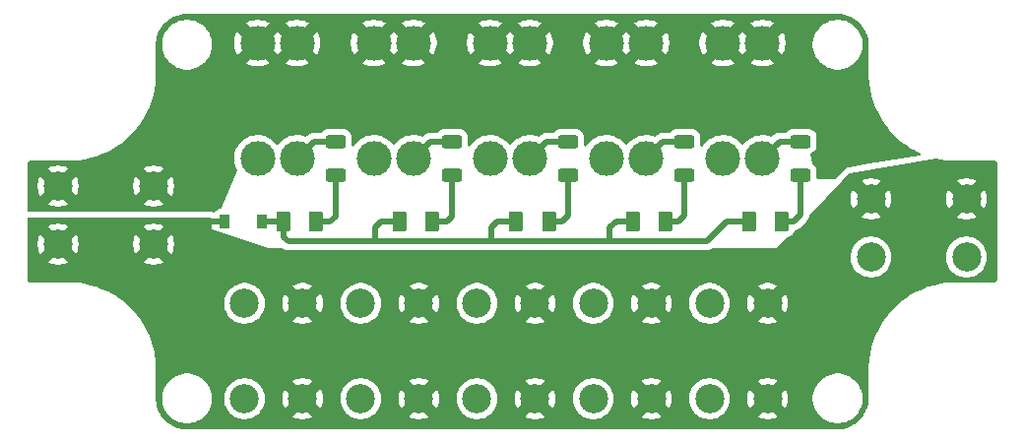
<source format=gbr>
%TF.GenerationSoftware,KiCad,Pcbnew,9.0.4-9.0.4-0~ubuntu24.04.1*%
%TF.CreationDate,2025-09-19T23:05:10-07:00*%
%TF.ProjectId,mini-pdb,6d696e69-2d70-4646-922e-6b696361645f,2*%
%TF.SameCoordinates,Original*%
%TF.FileFunction,Copper,L1,Top*%
%TF.FilePolarity,Positive*%
%FSLAX46Y46*%
G04 Gerber Fmt 4.6, Leading zero omitted, Abs format (unit mm)*
G04 Created by KiCad (PCBNEW 9.0.4-9.0.4-0~ubuntu24.04.1) date 2025-09-19 23:05:10*
%MOMM*%
%LPD*%
G01*
G04 APERTURE LIST*
G04 Aperture macros list*
%AMRoundRect*
0 Rectangle with rounded corners*
0 $1 Rounding radius*
0 $2 $3 $4 $5 $6 $7 $8 $9 X,Y pos of 4 corners*
0 Add a 4 corners polygon primitive as box body*
4,1,4,$2,$3,$4,$5,$6,$7,$8,$9,$2,$3,0*
0 Add four circle primitives for the rounded corners*
1,1,$1+$1,$2,$3*
1,1,$1+$1,$4,$5*
1,1,$1+$1,$6,$7*
1,1,$1+$1,$8,$9*
0 Add four rect primitives between the rounded corners*
20,1,$1+$1,$2,$3,$4,$5,0*
20,1,$1+$1,$4,$5,$6,$7,0*
20,1,$1+$1,$6,$7,$8,$9,0*
20,1,$1+$1,$8,$9,$2,$3,0*%
G04 Aperture macros list end*
%TA.AperFunction,ComponentPad*%
%ADD10C,3.000000*%
%TD*%
%TA.AperFunction,SMDPad,CuDef*%
%ADD11RoundRect,0.250000X-0.375000X-0.625000X0.375000X-0.625000X0.375000X0.625000X-0.375000X0.625000X0*%
%TD*%
%TA.AperFunction,SMDPad,CuDef*%
%ADD12RoundRect,0.250000X0.625000X-0.312500X0.625000X0.312500X-0.625000X0.312500X-0.625000X-0.312500X0*%
%TD*%
%TA.AperFunction,ComponentPad*%
%ADD13C,2.500000*%
%TD*%
%TA.AperFunction,SMDPad,CuDef*%
%ADD14RoundRect,0.227500X-0.227500X-0.382500X0.227500X-0.382500X0.227500X0.382500X-0.227500X0.382500X0*%
%TD*%
%TA.AperFunction,ViaPad*%
%ADD15C,1.270000*%
%TD*%
%TA.AperFunction,Conductor*%
%ADD16C,0.508000*%
%TD*%
G04 APERTURE END LIST*
D10*
%TO.P,F5,1*%
%TO.N,/VBAT+*%
X227327120Y-110767700D03*
X223927120Y-110767700D03*
%TO.P,F5,2*%
%TO.N,/F5_OUT*%
X227327120Y-120667700D03*
X223927120Y-120667700D03*
%TD*%
%TO.P,F3,1*%
%TO.N,/VBAT+*%
X207327160Y-110767700D03*
X203927160Y-110767700D03*
%TO.P,F3,2*%
%TO.N,/F3_OUT*%
X207327160Y-120667700D03*
X203927160Y-120667700D03*
%TD*%
%TO.P,F4,1*%
%TO.N,/VBAT+*%
X217327140Y-110767700D03*
X213927140Y-110767700D03*
%TO.P,F4,2*%
%TO.N,/F4_OUT*%
X217327140Y-120667700D03*
X213927140Y-120667700D03*
%TD*%
D11*
%TO.P,D2,1,K*%
%TO.N,Net-(D1-K)*%
X196177200Y-126105200D03*
%TO.P,D2,2,A*%
%TO.N,Net-(D2-A)*%
X198977200Y-126105200D03*
%TD*%
D12*
%TO.P,R5,1*%
%TO.N,Net-(D5-A)*%
X230627110Y-122130200D03*
%TO.P,R5,2*%
%TO.N,/F5_OUT*%
X230627110Y-119205200D03*
%TD*%
D13*
%TO.P,J2,1,Pin_1*%
%TO.N,/VBAT+*%
X236677201Y-129155200D03*
X244877200Y-129155200D03*
%TO.P,J2,2,Pin_2*%
%TO.N,/VBAT-*%
X236677201Y-124155198D03*
X244877200Y-124155198D03*
%TD*%
D12*
%TO.P,R1,1*%
%TO.N,Net-(D1-A)*%
X190627190Y-122130200D03*
%TO.P,R1,2*%
%TO.N,/F1_OUT*%
X190627190Y-119205200D03*
%TD*%
D11*
%TO.P,D3,1,K*%
%TO.N,Net-(D1-K)*%
X206177200Y-126105200D03*
%TO.P,D3,2,A*%
%TO.N,Net-(D3-A)*%
X208977200Y-126105200D03*
%TD*%
D14*
%TO.P,D6,1,K*%
%TO.N,/VBAT-*%
X181052200Y-126105200D03*
%TO.P,D6,2,A*%
%TO.N,Net-(D1-K)*%
X184322200Y-126105200D03*
%TD*%
D13*
%TO.P,J1,1,Pin_1*%
%TO.N,/VBAT+*%
X174977199Y-123055200D03*
X166777200Y-123055200D03*
%TO.P,J1,2,Pin_2*%
%TO.N,/VBAT-*%
X174977199Y-128055202D03*
X166777200Y-128055202D03*
%TD*%
D10*
%TO.P,F2,1*%
%TO.N,/VBAT+*%
X197327180Y-110767700D03*
X193927180Y-110767700D03*
%TO.P,F2,2*%
%TO.N,/F2_OUT*%
X197327180Y-120667700D03*
X193927180Y-120667700D03*
%TD*%
%TO.P,F1,1*%
%TO.N,/VBAT+*%
X187327200Y-110767700D03*
X183927200Y-110767700D03*
%TO.P,F1,2*%
%TO.N,/F1_OUT*%
X187327200Y-120667700D03*
X183927200Y-120667700D03*
%TD*%
D12*
%TO.P,R3,1*%
%TO.N,Net-(D3-A)*%
X210627150Y-122130200D03*
%TO.P,R3,2*%
%TO.N,/F3_OUT*%
X210627150Y-119205200D03*
%TD*%
D11*
%TO.P,D4,1,K*%
%TO.N,Net-(D1-K)*%
X216177200Y-126105200D03*
%TO.P,D4,2,A*%
%TO.N,Net-(D4-A)*%
X218977200Y-126105200D03*
%TD*%
%TO.P,D1,1,K*%
%TO.N,Net-(D1-K)*%
X186177200Y-126105200D03*
%TO.P,D1,2,A*%
%TO.N,Net-(D1-A)*%
X188977200Y-126105200D03*
%TD*%
D12*
%TO.P,R4,1*%
%TO.N,Net-(D4-A)*%
X220627130Y-122130200D03*
%TO.P,R4,2*%
%TO.N,/F4_OUT*%
X220627130Y-119205200D03*
%TD*%
D11*
%TO.P,D5,1,K*%
%TO.N,Net-(D1-K)*%
X226177200Y-126105200D03*
%TO.P,D5,2,A*%
%TO.N,Net-(D5-A)*%
X228977200Y-126105200D03*
%TD*%
D13*
%TO.P,J3,1,Pin_1*%
%TO.N,/F1_OUT*%
X182788536Y-133142700D03*
X182788536Y-141342699D03*
%TO.P,J3,2,Pin_2*%
%TO.N,/VBAT-*%
X187788538Y-133142700D03*
X187788538Y-141342699D03*
%TO.P,J3,3,Pin_3*%
%TO.N,/F2_OUT*%
X192788539Y-133142700D03*
X192788539Y-141342699D03*
%TO.P,J3,4,Pin_4*%
%TO.N,/VBAT-*%
X197788539Y-133142700D03*
X197788539Y-141342699D03*
%TO.P,J3,5,Pin_5*%
%TO.N,/F3_OUT*%
X202788539Y-133142700D03*
X202788539Y-141342699D03*
%TO.P,J3,6,Pin_6*%
%TO.N,/VBAT-*%
X207788539Y-133142700D03*
X207788539Y-141342699D03*
%TO.P,J3,7,Pin_7*%
%TO.N,/F4_OUT*%
X212788539Y-133142700D03*
X212788539Y-141342699D03*
%TO.P,J3,8,Pin_8*%
%TO.N,/VBAT-*%
X217788539Y-133142700D03*
X217788539Y-141342699D03*
%TO.P,J3,9,Pin_9*%
%TO.N,/F5_OUT*%
X222788539Y-133142700D03*
X222788539Y-141342699D03*
%TO.P,J3,10,Pin_10*%
%TO.N,/VBAT-*%
X227788540Y-133142700D03*
X227788540Y-141342699D03*
%TD*%
D12*
%TO.P,R2,1*%
%TO.N,Net-(D2-A)*%
X200627170Y-122130200D03*
%TO.P,R2,2*%
%TO.N,/F2_OUT*%
X200627170Y-119205200D03*
%TD*%
D15*
%TO.N,/VBAT+*%
X235712000Y-120523000D03*
X236220000Y-117856000D03*
X232918000Y-121539000D03*
X238633000Y-119888000D03*
X233426000Y-118745000D03*
%TD*%
D16*
%TO.N,Net-(D1-A)*%
X190175600Y-126105200D02*
X188977200Y-126105200D01*
X190627190Y-125653610D02*
X190175600Y-126105200D01*
X190627190Y-122130200D02*
X190627190Y-125653610D01*
%TO.N,Net-(D2-A)*%
X200627170Y-122130200D02*
X200627170Y-125686630D01*
X200627170Y-125686630D02*
X200208600Y-126105200D01*
X200208600Y-126105200D02*
X198977200Y-126105200D01*
%TO.N,Net-(D3-A)*%
X210627150Y-122130200D02*
X210627150Y-125618050D01*
X210627150Y-125618050D02*
X210140000Y-126105200D01*
X210140000Y-126105200D02*
X208977200Y-126105200D01*
%TO.N,Net-(D4-A)*%
X220627130Y-122130200D02*
X220627130Y-125625670D01*
X220147600Y-126105200D02*
X218977200Y-126105200D01*
X220627130Y-125625670D02*
X220147600Y-126105200D01*
%TO.N,Net-(D5-A)*%
X230002800Y-126105200D02*
X228977200Y-126105200D01*
X230627110Y-122130200D02*
X230627110Y-125480890D01*
X230627110Y-125480890D02*
X230002800Y-126105200D01*
%TO.N,/VBAT-*%
X176927201Y-126105200D02*
X174977199Y-128055202D01*
X181052200Y-126105200D02*
X176927201Y-126105200D01*
%TO.N,/F1_OUT*%
X188789700Y-119205200D02*
X187327200Y-120667700D01*
X190627190Y-119205200D02*
X188789700Y-119205200D01*
%TO.N,/F2_OUT*%
X200627170Y-119205200D02*
X198789680Y-119205200D01*
X198789680Y-119205200D02*
X197327180Y-120667700D01*
%TO.N,/F3_OUT*%
X210627150Y-119205200D02*
X208789660Y-119205200D01*
X208789660Y-119205200D02*
X207327160Y-120667700D01*
%TO.N,/F4_OUT*%
X218789640Y-119205200D02*
X217327140Y-120667700D01*
X220627130Y-119205200D02*
X218789640Y-119205200D01*
%TO.N,/F5_OUT*%
X230627110Y-119205200D02*
X228789620Y-119205200D01*
X228789620Y-119205200D02*
X227327120Y-120667700D01*
%TO.N,Net-(D1-K)*%
X204038200Y-127812800D02*
X214223600Y-127812800D01*
X204552000Y-126105200D02*
X204038200Y-126619000D01*
X216177200Y-126105200D02*
X214762800Y-126105200D01*
X214223600Y-127812800D02*
X222554800Y-127812800D01*
X204038200Y-126619000D02*
X204038200Y-127812800D01*
X214762800Y-126105200D02*
X214223600Y-126644400D01*
X222554800Y-127812800D02*
X224262400Y-126105200D01*
X194569800Y-126105200D02*
X194030600Y-126644400D01*
X186563000Y-127812800D02*
X186177200Y-127427000D01*
X196177200Y-126105200D02*
X194569800Y-126105200D01*
X194030600Y-127812800D02*
X186563000Y-127812800D01*
X185216800Y-126105200D02*
X186177200Y-126105200D01*
X224262400Y-126105200D02*
X226177200Y-126105200D01*
X194030600Y-126644400D02*
X194030600Y-127812800D01*
X214223600Y-126644400D02*
X214223600Y-127812800D01*
X206177200Y-126105200D02*
X204552000Y-126105200D01*
X194030600Y-127812800D02*
X204038200Y-127812800D01*
X186177200Y-127427000D02*
X186177200Y-126105200D01*
X184322200Y-126105200D02*
X185216800Y-126105200D01*
%TD*%
%TA.AperFunction,Conductor*%
%TO.N,/VBAT+*%
G36*
X233805672Y-108218395D02*
G01*
X234094707Y-108234627D01*
X234108505Y-108236181D01*
X234390465Y-108284088D01*
X234404021Y-108287182D01*
X234678842Y-108366357D01*
X234691968Y-108370950D01*
X234956194Y-108480396D01*
X234968708Y-108486422D01*
X235219030Y-108624770D01*
X235230803Y-108632168D01*
X235464043Y-108797661D01*
X235474904Y-108806322D01*
X235688164Y-108996902D01*
X235697995Y-109006733D01*
X235793217Y-109113287D01*
X235888573Y-109219990D01*
X235897242Y-109230862D01*
X236062730Y-109464095D01*
X236070129Y-109475869D01*
X236208473Y-109726184D01*
X236214506Y-109738712D01*
X236323949Y-110002932D01*
X236328542Y-110016057D01*
X236407717Y-110290878D01*
X236410811Y-110304435D01*
X236458716Y-110586384D01*
X236460273Y-110600202D01*
X236476505Y-110889227D01*
X236476700Y-110896180D01*
X236476700Y-113671297D01*
X236514666Y-114202130D01*
X236590405Y-114728909D01*
X236703527Y-115248924D01*
X236703530Y-115248934D01*
X236720352Y-115306223D01*
X236853466Y-115759565D01*
X236982605Y-116105802D01*
X237039448Y-116258204D01*
X237260525Y-116742295D01*
X237515575Y-117209384D01*
X237803302Y-117657097D01*
X237803305Y-117657102D01*
X238122225Y-118083130D01*
X238230327Y-118207886D01*
X238470743Y-118485341D01*
X238470752Y-118485350D01*
X238470764Y-118485363D01*
X238847036Y-118861635D01*
X238847049Y-118861647D01*
X238847059Y-118861657D01*
X238856292Y-118869657D01*
X239249269Y-119210174D01*
X239675297Y-119529094D01*
X239675302Y-119529097D01*
X240123009Y-119816821D01*
X240535423Y-120042016D01*
X240590106Y-120071875D01*
X240590113Y-120071879D01*
X240848628Y-120189938D01*
X240901432Y-120235692D01*
X240921117Y-120302732D01*
X240901433Y-120369771D01*
X240848629Y-120415526D01*
X240817177Y-120425099D01*
X236499682Y-121132886D01*
X234781965Y-121414479D01*
X234781949Y-121414482D01*
X234764074Y-121417743D01*
X234755358Y-121419496D01*
X234737727Y-121423370D01*
X234737718Y-121423373D01*
X234603951Y-121476336D01*
X234603934Y-121476344D01*
X234543309Y-121511040D01*
X234543303Y-121511044D01*
X234429874Y-121599550D01*
X234429865Y-121599558D01*
X233794438Y-122260922D01*
X233794437Y-122260923D01*
X233794436Y-122260925D01*
X233670507Y-122389911D01*
X233609868Y-122424615D01*
X233581092Y-122428000D01*
X232126610Y-122428000D01*
X232059571Y-122408315D01*
X232013816Y-122355511D01*
X232002610Y-122304000D01*
X232002609Y-121767698D01*
X232002608Y-121767680D01*
X231992109Y-121664903D01*
X231992108Y-121664900D01*
X231936924Y-121498366D01*
X231844822Y-121349044D01*
X231720766Y-121224988D01*
X231657843Y-121186177D01*
X231611121Y-121134231D01*
X231602030Y-121108133D01*
X231433429Y-120366288D01*
X231437766Y-120296556D01*
X231479117Y-120240236D01*
X231515337Y-120221105D01*
X231571444Y-120202514D01*
X231720766Y-120110412D01*
X231844822Y-119986356D01*
X231936924Y-119837034D01*
X231992109Y-119670497D01*
X232002610Y-119567709D01*
X232002609Y-118842692D01*
X231998141Y-118798957D01*
X231992109Y-118739903D01*
X231992108Y-118739900D01*
X231979360Y-118701430D01*
X231936924Y-118573366D01*
X231844822Y-118424044D01*
X231720766Y-118299988D01*
X231571444Y-118207886D01*
X231404907Y-118152701D01*
X231404905Y-118152700D01*
X231302120Y-118142200D01*
X229952108Y-118142200D01*
X229952091Y-118142201D01*
X229849313Y-118152700D01*
X229849310Y-118152701D01*
X229682778Y-118207885D01*
X229682773Y-118207887D01*
X229533452Y-118299989D01*
X229419061Y-118414381D01*
X229357738Y-118447866D01*
X229331380Y-118450700D01*
X228715303Y-118450700D01*
X228569547Y-118479693D01*
X228569539Y-118479695D01*
X228432228Y-118536571D01*
X228308655Y-118619139D01*
X228308654Y-118619140D01*
X228260595Y-118667200D01*
X228203561Y-118724234D01*
X228203559Y-118724236D01*
X228162319Y-118765474D01*
X228144312Y-118775305D01*
X228100997Y-118798958D01*
X228100995Y-118798957D01*
X228100995Y-118798958D01*
X228031304Y-118793972D01*
X228031302Y-118793971D01*
X228027187Y-118792352D01*
X227971548Y-118769305D01*
X227971541Y-118769303D01*
X227971539Y-118769302D01*
X227718236Y-118701430D01*
X227660459Y-118693823D01*
X227458247Y-118667200D01*
X227458240Y-118667200D01*
X227196000Y-118667200D01*
X227195992Y-118667200D01*
X226964892Y-118697626D01*
X226936004Y-118701430D01*
X226696987Y-118765474D01*
X226682701Y-118769302D01*
X226682691Y-118769305D01*
X226440429Y-118869653D01*
X226440419Y-118869658D01*
X226213316Y-119000775D01*
X226005268Y-119160418D01*
X225819838Y-119345848D01*
X225725495Y-119468798D01*
X225669067Y-119510000D01*
X225599321Y-119514155D01*
X225538401Y-119479942D01*
X225528745Y-119468798D01*
X225434401Y-119345848D01*
X225434394Y-119345840D01*
X225248980Y-119160426D01*
X225248971Y-119160418D01*
X225040923Y-119000775D01*
X224813820Y-118869658D01*
X224813810Y-118869653D01*
X224571548Y-118769305D01*
X224571541Y-118769303D01*
X224571539Y-118769302D01*
X224318236Y-118701430D01*
X224260459Y-118693823D01*
X224058247Y-118667200D01*
X224058240Y-118667200D01*
X223796000Y-118667200D01*
X223795992Y-118667200D01*
X223564892Y-118697626D01*
X223536004Y-118701430D01*
X223296987Y-118765474D01*
X223282701Y-118769302D01*
X223282691Y-118769305D01*
X223040429Y-118869653D01*
X223040419Y-118869658D01*
X222813316Y-119000775D01*
X222605268Y-119160418D01*
X222419838Y-119345848D01*
X222260194Y-119553897D01*
X222260192Y-119553901D01*
X222249744Y-119571999D01*
X222241057Y-119580281D01*
X222236070Y-119591203D01*
X222216237Y-119603948D01*
X222199178Y-119620215D01*
X222185921Y-119623431D01*
X222177292Y-119628977D01*
X222142357Y-119634000D01*
X222126630Y-119634000D01*
X222059591Y-119614315D01*
X222013836Y-119561511D01*
X222002630Y-119510000D01*
X222002629Y-118842698D01*
X222002628Y-118842680D01*
X221992129Y-118739903D01*
X221992128Y-118739900D01*
X221979380Y-118701430D01*
X221936944Y-118573366D01*
X221844842Y-118424044D01*
X221720786Y-118299988D01*
X221571464Y-118207886D01*
X221404927Y-118152701D01*
X221404925Y-118152700D01*
X221302140Y-118142200D01*
X219952128Y-118142200D01*
X219952111Y-118142201D01*
X219849333Y-118152700D01*
X219849330Y-118152701D01*
X219682798Y-118207885D01*
X219682793Y-118207887D01*
X219533472Y-118299989D01*
X219419081Y-118414381D01*
X219357758Y-118447866D01*
X219331400Y-118450700D01*
X218715323Y-118450700D01*
X218569567Y-118479693D01*
X218569559Y-118479695D01*
X218432248Y-118536571D01*
X218308675Y-118619139D01*
X218308674Y-118619140D01*
X218260615Y-118667200D01*
X218203581Y-118724234D01*
X218203579Y-118724236D01*
X218162339Y-118765474D01*
X218144332Y-118775305D01*
X218101017Y-118798958D01*
X218101015Y-118798957D01*
X218101015Y-118798958D01*
X218031324Y-118793972D01*
X218031322Y-118793971D01*
X218027207Y-118792352D01*
X217971568Y-118769305D01*
X217971561Y-118769303D01*
X217971559Y-118769302D01*
X217718256Y-118701430D01*
X217660479Y-118693823D01*
X217458267Y-118667200D01*
X217458260Y-118667200D01*
X217196020Y-118667200D01*
X217196012Y-118667200D01*
X216964912Y-118697626D01*
X216936024Y-118701430D01*
X216697007Y-118765474D01*
X216682721Y-118769302D01*
X216682711Y-118769305D01*
X216440449Y-118869653D01*
X216440439Y-118869658D01*
X216213336Y-119000775D01*
X216005288Y-119160418D01*
X215819858Y-119345848D01*
X215725515Y-119468798D01*
X215669087Y-119510000D01*
X215599341Y-119514155D01*
X215538421Y-119479942D01*
X215528765Y-119468798D01*
X215434421Y-119345848D01*
X215434414Y-119345840D01*
X215249000Y-119160426D01*
X215248991Y-119160418D01*
X215040943Y-119000775D01*
X214813840Y-118869658D01*
X214813830Y-118869653D01*
X214571568Y-118769305D01*
X214571561Y-118769303D01*
X214571559Y-118769302D01*
X214318256Y-118701430D01*
X214260479Y-118693823D01*
X214058267Y-118667200D01*
X214058260Y-118667200D01*
X213796020Y-118667200D01*
X213796012Y-118667200D01*
X213564912Y-118697626D01*
X213536024Y-118701430D01*
X213297007Y-118765474D01*
X213282721Y-118769302D01*
X213282711Y-118769305D01*
X213040449Y-118869653D01*
X213040439Y-118869658D01*
X212813336Y-119000775D01*
X212605288Y-119160418D01*
X212419858Y-119345848D01*
X212260214Y-119553897D01*
X212260212Y-119553901D01*
X212249764Y-119571999D01*
X212241077Y-119580281D01*
X212236090Y-119591203D01*
X212216257Y-119603948D01*
X212199198Y-119620215D01*
X212185941Y-119623431D01*
X212177312Y-119628977D01*
X212142377Y-119634000D01*
X212126650Y-119634000D01*
X212059611Y-119614315D01*
X212013856Y-119561511D01*
X212002650Y-119510000D01*
X212002649Y-118842698D01*
X212002648Y-118842680D01*
X211992149Y-118739903D01*
X211992148Y-118739900D01*
X211979400Y-118701430D01*
X211936964Y-118573366D01*
X211844862Y-118424044D01*
X211720806Y-118299988D01*
X211571484Y-118207886D01*
X211404947Y-118152701D01*
X211404945Y-118152700D01*
X211302160Y-118142200D01*
X209952148Y-118142200D01*
X209952131Y-118142201D01*
X209849353Y-118152700D01*
X209849350Y-118152701D01*
X209682818Y-118207885D01*
X209682813Y-118207887D01*
X209533492Y-118299989D01*
X209419101Y-118414381D01*
X209357778Y-118447866D01*
X209331420Y-118450700D01*
X208715343Y-118450700D01*
X208569587Y-118479693D01*
X208569579Y-118479695D01*
X208432268Y-118536571D01*
X208308695Y-118619139D01*
X208308694Y-118619140D01*
X208260635Y-118667200D01*
X208203601Y-118724234D01*
X208203599Y-118724236D01*
X208162359Y-118765474D01*
X208144352Y-118775305D01*
X208101037Y-118798958D01*
X208101035Y-118798957D01*
X208101035Y-118798958D01*
X208031344Y-118793972D01*
X208031342Y-118793971D01*
X208027227Y-118792352D01*
X207971588Y-118769305D01*
X207971581Y-118769303D01*
X207971579Y-118769302D01*
X207718276Y-118701430D01*
X207660499Y-118693823D01*
X207458287Y-118667200D01*
X207458280Y-118667200D01*
X207196040Y-118667200D01*
X207196032Y-118667200D01*
X206964932Y-118697626D01*
X206936044Y-118701430D01*
X206697027Y-118765474D01*
X206682741Y-118769302D01*
X206682731Y-118769305D01*
X206440469Y-118869653D01*
X206440459Y-118869658D01*
X206213356Y-119000775D01*
X206005308Y-119160418D01*
X205819878Y-119345848D01*
X205725535Y-119468798D01*
X205669107Y-119510000D01*
X205599361Y-119514155D01*
X205538441Y-119479942D01*
X205528785Y-119468798D01*
X205434441Y-119345848D01*
X205434434Y-119345840D01*
X205249020Y-119160426D01*
X205249011Y-119160418D01*
X205040963Y-119000775D01*
X204813860Y-118869658D01*
X204813850Y-118869653D01*
X204571588Y-118769305D01*
X204571581Y-118769303D01*
X204571579Y-118769302D01*
X204318276Y-118701430D01*
X204260499Y-118693823D01*
X204058287Y-118667200D01*
X204058280Y-118667200D01*
X203796040Y-118667200D01*
X203796032Y-118667200D01*
X203564932Y-118697626D01*
X203536044Y-118701430D01*
X203297027Y-118765474D01*
X203282741Y-118769302D01*
X203282731Y-118769305D01*
X203040469Y-118869653D01*
X203040459Y-118869658D01*
X202813356Y-119000775D01*
X202605308Y-119160418D01*
X202419878Y-119345848D01*
X202260234Y-119553897D01*
X202260232Y-119553901D01*
X202249784Y-119571999D01*
X202241097Y-119580281D01*
X202236110Y-119591203D01*
X202216277Y-119603948D01*
X202199218Y-119620215D01*
X202185961Y-119623431D01*
X202177332Y-119628977D01*
X202142397Y-119634000D01*
X202126670Y-119634000D01*
X202059631Y-119614315D01*
X202013876Y-119561511D01*
X202002670Y-119510000D01*
X202002669Y-118842698D01*
X202002668Y-118842680D01*
X201992169Y-118739903D01*
X201992168Y-118739900D01*
X201979420Y-118701430D01*
X201936984Y-118573366D01*
X201844882Y-118424044D01*
X201720826Y-118299988D01*
X201571504Y-118207886D01*
X201404967Y-118152701D01*
X201404965Y-118152700D01*
X201302180Y-118142200D01*
X199952168Y-118142200D01*
X199952151Y-118142201D01*
X199849373Y-118152700D01*
X199849370Y-118152701D01*
X199682838Y-118207885D01*
X199682833Y-118207887D01*
X199533512Y-118299989D01*
X199419121Y-118414381D01*
X199357798Y-118447866D01*
X199331440Y-118450700D01*
X198715363Y-118450700D01*
X198569607Y-118479693D01*
X198569599Y-118479695D01*
X198432288Y-118536571D01*
X198308715Y-118619139D01*
X198308714Y-118619140D01*
X198260655Y-118667200D01*
X198203621Y-118724234D01*
X198203619Y-118724236D01*
X198162379Y-118765474D01*
X198144372Y-118775305D01*
X198101057Y-118798958D01*
X198101055Y-118798957D01*
X198101055Y-118798958D01*
X198031364Y-118793972D01*
X198031362Y-118793971D01*
X198027247Y-118792352D01*
X197971608Y-118769305D01*
X197971601Y-118769303D01*
X197971599Y-118769302D01*
X197718296Y-118701430D01*
X197660519Y-118693823D01*
X197458307Y-118667200D01*
X197458300Y-118667200D01*
X197196060Y-118667200D01*
X197196052Y-118667200D01*
X196964952Y-118697626D01*
X196936064Y-118701430D01*
X196697047Y-118765474D01*
X196682761Y-118769302D01*
X196682751Y-118769305D01*
X196440489Y-118869653D01*
X196440479Y-118869658D01*
X196213376Y-119000775D01*
X196005328Y-119160418D01*
X195819898Y-119345848D01*
X195725555Y-119468798D01*
X195669127Y-119510000D01*
X195599381Y-119514155D01*
X195538461Y-119479942D01*
X195528805Y-119468798D01*
X195434461Y-119345848D01*
X195434454Y-119345840D01*
X195249040Y-119160426D01*
X195249031Y-119160418D01*
X195040983Y-119000775D01*
X194813880Y-118869658D01*
X194813870Y-118869653D01*
X194571608Y-118769305D01*
X194571601Y-118769303D01*
X194571599Y-118769302D01*
X194318296Y-118701430D01*
X194260519Y-118693823D01*
X194058307Y-118667200D01*
X194058300Y-118667200D01*
X193796060Y-118667200D01*
X193796052Y-118667200D01*
X193564952Y-118697626D01*
X193536064Y-118701430D01*
X193297047Y-118765474D01*
X193282761Y-118769302D01*
X193282751Y-118769305D01*
X193040489Y-118869653D01*
X193040479Y-118869658D01*
X192813376Y-119000775D01*
X192605328Y-119160418D01*
X192419898Y-119345848D01*
X192260254Y-119553897D01*
X192260252Y-119553901D01*
X192249804Y-119571999D01*
X192241117Y-119580281D01*
X192236130Y-119591203D01*
X192216297Y-119603948D01*
X192199238Y-119620215D01*
X192185981Y-119623431D01*
X192177352Y-119628977D01*
X192142417Y-119634000D01*
X192126690Y-119634000D01*
X192059651Y-119614315D01*
X192013896Y-119561511D01*
X192002690Y-119510000D01*
X192002689Y-118842698D01*
X192002688Y-118842680D01*
X191992189Y-118739903D01*
X191992188Y-118739900D01*
X191979440Y-118701430D01*
X191937004Y-118573366D01*
X191844902Y-118424044D01*
X191720846Y-118299988D01*
X191571524Y-118207886D01*
X191404987Y-118152701D01*
X191404985Y-118152700D01*
X191302200Y-118142200D01*
X189952188Y-118142200D01*
X189952171Y-118142201D01*
X189849393Y-118152700D01*
X189849390Y-118152701D01*
X189682858Y-118207885D01*
X189682853Y-118207887D01*
X189533532Y-118299989D01*
X189419141Y-118414381D01*
X189357818Y-118447866D01*
X189331460Y-118450700D01*
X188715383Y-118450700D01*
X188569627Y-118479693D01*
X188569619Y-118479695D01*
X188432308Y-118536571D01*
X188308735Y-118619139D01*
X188308734Y-118619140D01*
X188260675Y-118667200D01*
X188203641Y-118724234D01*
X188203639Y-118724236D01*
X188162399Y-118765474D01*
X188144392Y-118775305D01*
X188101077Y-118798958D01*
X188101075Y-118798957D01*
X188101075Y-118798958D01*
X188031384Y-118793972D01*
X188031382Y-118793971D01*
X188027267Y-118792352D01*
X187971628Y-118769305D01*
X187971621Y-118769303D01*
X187971619Y-118769302D01*
X187718316Y-118701430D01*
X187660539Y-118693823D01*
X187458327Y-118667200D01*
X187458320Y-118667200D01*
X187196080Y-118667200D01*
X187196072Y-118667200D01*
X186964972Y-118697626D01*
X186936084Y-118701430D01*
X186697067Y-118765474D01*
X186682781Y-118769302D01*
X186682771Y-118769305D01*
X186440509Y-118869653D01*
X186440499Y-118869658D01*
X186213396Y-119000775D01*
X186005348Y-119160418D01*
X185819918Y-119345848D01*
X185725575Y-119468798D01*
X185669147Y-119510000D01*
X185599401Y-119514155D01*
X185538481Y-119479942D01*
X185528825Y-119468798D01*
X185434481Y-119345848D01*
X185434474Y-119345840D01*
X185249060Y-119160426D01*
X185249051Y-119160418D01*
X185041003Y-119000775D01*
X184813900Y-118869658D01*
X184813890Y-118869653D01*
X184571628Y-118769305D01*
X184571621Y-118769303D01*
X184571619Y-118769302D01*
X184318316Y-118701430D01*
X184260539Y-118693823D01*
X184058327Y-118667200D01*
X184058320Y-118667200D01*
X183796080Y-118667200D01*
X183796072Y-118667200D01*
X183564972Y-118697626D01*
X183536084Y-118701430D01*
X183297067Y-118765474D01*
X183282781Y-118769302D01*
X183282771Y-118769305D01*
X183040509Y-118869653D01*
X183040499Y-118869658D01*
X182813396Y-119000775D01*
X182605348Y-119160418D01*
X182419918Y-119345848D01*
X182260275Y-119553896D01*
X182129158Y-119780999D01*
X182129153Y-119781009D01*
X182028805Y-120023271D01*
X182028802Y-120023281D01*
X181963177Y-120268200D01*
X181960930Y-120276585D01*
X181926700Y-120536572D01*
X181926700Y-120798827D01*
X181943392Y-120925604D01*
X181960930Y-121058816D01*
X182028802Y-121312118D01*
X182028805Y-121312128D01*
X182129153Y-121554390D01*
X182129158Y-121554399D01*
X182143618Y-121579444D01*
X182160091Y-121647344D01*
X182150693Y-121689136D01*
X180801649Y-124926838D01*
X180757694Y-124981150D01*
X180699793Y-125002504D01*
X180676485Y-125004885D01*
X180514935Y-125058417D01*
X180370095Y-125147757D01*
X180370094Y-125147758D01*
X180244651Y-125273202D01*
X180243163Y-125271714D01*
X180194602Y-125306081D01*
X180124802Y-125309200D01*
X180102878Y-125301576D01*
X180022053Y-125264664D01*
X180022048Y-125264662D01*
X180022047Y-125264662D01*
X179955008Y-125244977D01*
X179955010Y-125244977D01*
X179955005Y-125244976D01*
X179892942Y-125236053D01*
X179812588Y-125224500D01*
X164251700Y-125224500D01*
X164184661Y-125204815D01*
X164138906Y-125152011D01*
X164127700Y-125100500D01*
X164127700Y-124599248D01*
X165951570Y-124599248D01*
X166001524Y-124628090D01*
X166001540Y-124628097D01*
X166213469Y-124715881D01*
X166435062Y-124775257D01*
X166662489Y-124805198D01*
X166662506Y-124805200D01*
X166891894Y-124805200D01*
X166891910Y-124805198D01*
X167119337Y-124775257D01*
X167340930Y-124715881D01*
X167552863Y-124628095D01*
X167552871Y-124628091D01*
X167602825Y-124599248D01*
X174151569Y-124599248D01*
X174201523Y-124628090D01*
X174201539Y-124628097D01*
X174413468Y-124715881D01*
X174635061Y-124775257D01*
X174862488Y-124805198D01*
X174862505Y-124805200D01*
X175091893Y-124805200D01*
X175091909Y-124805198D01*
X175319336Y-124775257D01*
X175540929Y-124715881D01*
X175752862Y-124628095D01*
X175752870Y-124628091D01*
X175802826Y-124599247D01*
X174977199Y-123773620D01*
X174151569Y-124599248D01*
X167602825Y-124599248D01*
X167602827Y-124599247D01*
X166777200Y-123773620D01*
X165951570Y-124599248D01*
X164127700Y-124599248D01*
X164127700Y-122940505D01*
X165027200Y-122940505D01*
X165027200Y-123169894D01*
X165027201Y-123169910D01*
X165057142Y-123397337D01*
X165116518Y-123618930D01*
X165204303Y-123830862D01*
X165204305Y-123830866D01*
X165233151Y-123880828D01*
X166058780Y-123055200D01*
X166058780Y-123055199D01*
X165989985Y-122986404D01*
X166078700Y-122986404D01*
X166078700Y-123123996D01*
X166105543Y-123258945D01*
X166158197Y-123386064D01*
X166234639Y-123500468D01*
X166331932Y-123597761D01*
X166446336Y-123674203D01*
X166573455Y-123726857D01*
X166708404Y-123753700D01*
X166845996Y-123753700D01*
X166980945Y-123726857D01*
X167108064Y-123674203D01*
X167222468Y-123597761D01*
X167319761Y-123500468D01*
X167396203Y-123386064D01*
X167448857Y-123258945D01*
X167475700Y-123123996D01*
X167475700Y-123055199D01*
X167495620Y-123055199D01*
X167495620Y-123055200D01*
X168321247Y-123880827D01*
X168350091Y-123830871D01*
X168350095Y-123830863D01*
X168437881Y-123618930D01*
X168497257Y-123397337D01*
X168527198Y-123169910D01*
X168527200Y-123169894D01*
X168527200Y-122940505D01*
X173227199Y-122940505D01*
X173227199Y-123169894D01*
X173227200Y-123169910D01*
X173257141Y-123397337D01*
X173316517Y-123618930D01*
X173404302Y-123830862D01*
X173404304Y-123830866D01*
X173433150Y-123880828D01*
X174258779Y-123055200D01*
X174258779Y-123055199D01*
X174189984Y-122986404D01*
X174278699Y-122986404D01*
X174278699Y-123123996D01*
X174305542Y-123258945D01*
X174358196Y-123386064D01*
X174434638Y-123500468D01*
X174531931Y-123597761D01*
X174646335Y-123674203D01*
X174773454Y-123726857D01*
X174908403Y-123753700D01*
X175045995Y-123753700D01*
X175180944Y-123726857D01*
X175308063Y-123674203D01*
X175422467Y-123597761D01*
X175519760Y-123500468D01*
X175596202Y-123386064D01*
X175648856Y-123258945D01*
X175675699Y-123123996D01*
X175675699Y-123055199D01*
X175695619Y-123055199D01*
X175695619Y-123055200D01*
X176521246Y-123880827D01*
X176550090Y-123830871D01*
X176550094Y-123830863D01*
X176637880Y-123618930D01*
X176697256Y-123397337D01*
X176727197Y-123169910D01*
X176727199Y-123169894D01*
X176727199Y-122940505D01*
X176727197Y-122940489D01*
X176697256Y-122713062D01*
X176637880Y-122491469D01*
X176550096Y-122279540D01*
X176550089Y-122279524D01*
X176521247Y-122229571D01*
X176521247Y-122229570D01*
X175695619Y-123055199D01*
X175675699Y-123055199D01*
X175675699Y-122986404D01*
X175648856Y-122851455D01*
X175596202Y-122724336D01*
X175519760Y-122609932D01*
X175422467Y-122512639D01*
X175308063Y-122436197D01*
X175180944Y-122383543D01*
X175045995Y-122356700D01*
X174908403Y-122356700D01*
X174773454Y-122383543D01*
X174646335Y-122436197D01*
X174531931Y-122512639D01*
X174434638Y-122609932D01*
X174358196Y-122724336D01*
X174305542Y-122851455D01*
X174278699Y-122986404D01*
X174189984Y-122986404D01*
X173433151Y-122229571D01*
X173433150Y-122229571D01*
X173404305Y-122279531D01*
X173404301Y-122279540D01*
X173316517Y-122491469D01*
X173257141Y-122713062D01*
X173227200Y-122940489D01*
X173227199Y-122940505D01*
X168527200Y-122940505D01*
X168527198Y-122940489D01*
X168497257Y-122713062D01*
X168437881Y-122491469D01*
X168350097Y-122279540D01*
X168350090Y-122279524D01*
X168321248Y-122229571D01*
X168321248Y-122229570D01*
X167495620Y-123055199D01*
X167475700Y-123055199D01*
X167475700Y-122986404D01*
X167448857Y-122851455D01*
X167396203Y-122724336D01*
X167319761Y-122609932D01*
X167222468Y-122512639D01*
X167108064Y-122436197D01*
X166980945Y-122383543D01*
X166845996Y-122356700D01*
X166708404Y-122356700D01*
X166573455Y-122383543D01*
X166446336Y-122436197D01*
X166331932Y-122512639D01*
X166234639Y-122609932D01*
X166158197Y-122724336D01*
X166105543Y-122851455D01*
X166078700Y-122986404D01*
X165989985Y-122986404D01*
X165233151Y-122229571D01*
X165204306Y-122279531D01*
X165204302Y-122279540D01*
X165116518Y-122491469D01*
X165057142Y-122713062D01*
X165027201Y-122940489D01*
X165027200Y-122940505D01*
X164127700Y-122940505D01*
X164127700Y-121511151D01*
X165951571Y-121511151D01*
X166777200Y-122336780D01*
X166777201Y-122336780D01*
X167602828Y-121511151D01*
X174151570Y-121511151D01*
X174977199Y-122336780D01*
X174977200Y-122336780D01*
X175802827Y-121511151D01*
X175752865Y-121482305D01*
X175752861Y-121482303D01*
X175540929Y-121394518D01*
X175319336Y-121335142D01*
X175091909Y-121305201D01*
X175091893Y-121305200D01*
X174862505Y-121305200D01*
X174862488Y-121305201D01*
X174635061Y-121335142D01*
X174413468Y-121394518D01*
X174201539Y-121482302D01*
X174201530Y-121482306D01*
X174151570Y-121511151D01*
X167602828Y-121511151D01*
X167552866Y-121482305D01*
X167552862Y-121482303D01*
X167340930Y-121394518D01*
X167119337Y-121335142D01*
X166891910Y-121305201D01*
X166891894Y-121305200D01*
X166662506Y-121305200D01*
X166662489Y-121305201D01*
X166435062Y-121335142D01*
X166213469Y-121394518D01*
X166001540Y-121482302D01*
X166001531Y-121482306D01*
X165951571Y-121511151D01*
X164127700Y-121511151D01*
X164127700Y-121158743D01*
X164129226Y-121139348D01*
X164138987Y-121077743D01*
X164150971Y-121040864D01*
X164174804Y-120994091D01*
X164197601Y-120962715D01*
X164234715Y-120925601D01*
X164266091Y-120902804D01*
X164312864Y-120878971D01*
X164349743Y-120866987D01*
X164411348Y-120857226D01*
X164430743Y-120855700D01*
X167993295Y-120855700D01*
X168524130Y-120817734D01*
X169050903Y-120741995D01*
X169050904Y-120741994D01*
X169050909Y-120741994D01*
X169570924Y-120628872D01*
X169570927Y-120628871D01*
X169570932Y-120628870D01*
X170081565Y-120478934D01*
X170580201Y-120292953D01*
X171064298Y-120071873D01*
X171531391Y-119816821D01*
X171979098Y-119529097D01*
X172004609Y-119510000D01*
X172405130Y-119210174D01*
X172462542Y-119160426D01*
X172807341Y-118861657D01*
X173183657Y-118485341D01*
X173532167Y-118083138D01*
X173532166Y-118083138D01*
X173532174Y-118083130D01*
X173851094Y-117657102D01*
X173851093Y-117657102D01*
X173851097Y-117657098D01*
X174138821Y-117209391D01*
X174393873Y-116742298D01*
X174614953Y-116258201D01*
X174800934Y-115759565D01*
X174950870Y-115248932D01*
X174950872Y-115248924D01*
X175063994Y-114728909D01*
X175116108Y-114366448D01*
X175139734Y-114202130D01*
X175177700Y-113671295D01*
X175177700Y-113405200D01*
X175177700Y-113339308D01*
X175177700Y-110896180D01*
X175177895Y-110889227D01*
X175185560Y-110752738D01*
X175716700Y-110752738D01*
X175716700Y-111032661D01*
X175716701Y-111032677D01*
X175753238Y-111310207D01*
X175825691Y-111580605D01*
X175932813Y-111839222D01*
X175932820Y-111839237D01*
X176072786Y-112081665D01*
X176243199Y-112303752D01*
X176243205Y-112303759D01*
X176441140Y-112501694D01*
X176441147Y-112501700D01*
X176663234Y-112672113D01*
X176905662Y-112812079D01*
X176905677Y-112812086D01*
X177039421Y-112867484D01*
X177164293Y-112919208D01*
X177434691Y-112991661D01*
X177712232Y-113028200D01*
X177712239Y-113028200D01*
X177992161Y-113028200D01*
X177992168Y-113028200D01*
X178269709Y-112991661D01*
X178540107Y-112919208D01*
X178798734Y-112812081D01*
X179041166Y-112672113D01*
X179263254Y-112501699D01*
X179270193Y-112494760D01*
X179402316Y-112362638D01*
X179461194Y-112303759D01*
X179461199Y-112303754D01*
X179631613Y-112081666D01*
X179771581Y-111839234D01*
X179878708Y-111580607D01*
X179951161Y-111310209D01*
X179987700Y-111032668D01*
X179987700Y-110752732D01*
X179972412Y-110636605D01*
X181927200Y-110636605D01*
X181927200Y-110898794D01*
X181961420Y-111158709D01*
X181961422Y-111158720D01*
X182029275Y-111411955D01*
X182129604Y-111654171D01*
X182129609Y-111654182D01*
X182200137Y-111776339D01*
X182200139Y-111776340D01*
X183127662Y-110848816D01*
X183157943Y-111001051D01*
X183218249Y-111146642D01*
X183305799Y-111277670D01*
X183417230Y-111389101D01*
X183548258Y-111476651D01*
X183693849Y-111536957D01*
X183846082Y-111567237D01*
X182918558Y-112494760D01*
X182918558Y-112494761D01*
X183040717Y-112565290D01*
X183040728Y-112565295D01*
X183282944Y-112665624D01*
X183536179Y-112733477D01*
X183536190Y-112733479D01*
X183796105Y-112767699D01*
X183796120Y-112767700D01*
X184058280Y-112767700D01*
X184058294Y-112767699D01*
X184318209Y-112733479D01*
X184318220Y-112733477D01*
X184571455Y-112665624D01*
X184813679Y-112565291D01*
X184935840Y-112494760D01*
X184008318Y-111567237D01*
X184160551Y-111536957D01*
X184306142Y-111476651D01*
X184437170Y-111389101D01*
X184548601Y-111277670D01*
X184636151Y-111146642D01*
X184696457Y-111001051D01*
X184726737Y-110848817D01*
X185627199Y-111749279D01*
X186527662Y-110848816D01*
X186557943Y-111001051D01*
X186618249Y-111146642D01*
X186705799Y-111277670D01*
X186817230Y-111389101D01*
X186948258Y-111476651D01*
X187093849Y-111536957D01*
X187246082Y-111567237D01*
X186318558Y-112494760D01*
X186318558Y-112494761D01*
X186440717Y-112565290D01*
X186440728Y-112565295D01*
X186682944Y-112665624D01*
X186936179Y-112733477D01*
X186936190Y-112733479D01*
X187196105Y-112767699D01*
X187196120Y-112767700D01*
X187458280Y-112767700D01*
X187458294Y-112767699D01*
X187718209Y-112733479D01*
X187718220Y-112733477D01*
X187971455Y-112665624D01*
X188213679Y-112565291D01*
X188335840Y-112494760D01*
X187408318Y-111567237D01*
X187560551Y-111536957D01*
X187706142Y-111476651D01*
X187837170Y-111389101D01*
X187948601Y-111277670D01*
X188036151Y-111146642D01*
X188096457Y-111001051D01*
X188126737Y-110848817D01*
X189054260Y-111776340D01*
X189124791Y-111654179D01*
X189225124Y-111411955D01*
X189292977Y-111158720D01*
X189292979Y-111158709D01*
X189327199Y-110898794D01*
X189327200Y-110898780D01*
X189327200Y-110636619D01*
X189327199Y-110636605D01*
X191927180Y-110636605D01*
X191927180Y-110898794D01*
X191961400Y-111158709D01*
X191961402Y-111158720D01*
X192029255Y-111411955D01*
X192129584Y-111654171D01*
X192129589Y-111654182D01*
X192200117Y-111776339D01*
X192200119Y-111776340D01*
X193127642Y-110848816D01*
X193157923Y-111001051D01*
X193218229Y-111146642D01*
X193305779Y-111277670D01*
X193417210Y-111389101D01*
X193548238Y-111476651D01*
X193693829Y-111536957D01*
X193846062Y-111567237D01*
X192918538Y-112494760D01*
X192918538Y-112494761D01*
X193040697Y-112565290D01*
X193040708Y-112565295D01*
X193282924Y-112665624D01*
X193536159Y-112733477D01*
X193536170Y-112733479D01*
X193796085Y-112767699D01*
X193796100Y-112767700D01*
X194058260Y-112767700D01*
X194058274Y-112767699D01*
X194318189Y-112733479D01*
X194318200Y-112733477D01*
X194571435Y-112665624D01*
X194813659Y-112565291D01*
X194935820Y-112494760D01*
X194008298Y-111567237D01*
X194160531Y-111536957D01*
X194306122Y-111476651D01*
X194437150Y-111389101D01*
X194548581Y-111277670D01*
X194636131Y-111146642D01*
X194696437Y-111001051D01*
X194726717Y-110848816D01*
X195627180Y-111749279D01*
X196527642Y-110848816D01*
X196557923Y-111001051D01*
X196618229Y-111146642D01*
X196705779Y-111277670D01*
X196817210Y-111389101D01*
X196948238Y-111476651D01*
X197093829Y-111536957D01*
X197246062Y-111567237D01*
X196318538Y-112494760D01*
X196318538Y-112494761D01*
X196440697Y-112565290D01*
X196440708Y-112565295D01*
X196682924Y-112665624D01*
X196936159Y-112733477D01*
X196936170Y-112733479D01*
X197196085Y-112767699D01*
X197196100Y-112767700D01*
X197458260Y-112767700D01*
X197458274Y-112767699D01*
X197718189Y-112733479D01*
X197718200Y-112733477D01*
X197971435Y-112665624D01*
X198213659Y-112565291D01*
X198335820Y-112494760D01*
X197408298Y-111567237D01*
X197560531Y-111536957D01*
X197706122Y-111476651D01*
X197837150Y-111389101D01*
X197948581Y-111277670D01*
X198036131Y-111146642D01*
X198096437Y-111001051D01*
X198126717Y-110848817D01*
X199054240Y-111776340D01*
X199124771Y-111654179D01*
X199225104Y-111411955D01*
X199292957Y-111158720D01*
X199292959Y-111158709D01*
X199327179Y-110898794D01*
X199327180Y-110898780D01*
X199327180Y-110636619D01*
X199327179Y-110636605D01*
X201927160Y-110636605D01*
X201927160Y-110898794D01*
X201961380Y-111158709D01*
X201961382Y-111158720D01*
X202029235Y-111411955D01*
X202129564Y-111654171D01*
X202129569Y-111654182D01*
X202200097Y-111776339D01*
X202200099Y-111776340D01*
X203127622Y-110848816D01*
X203157903Y-111001051D01*
X203218209Y-111146642D01*
X203305759Y-111277670D01*
X203417190Y-111389101D01*
X203548218Y-111476651D01*
X203693809Y-111536957D01*
X203846042Y-111567237D01*
X202918518Y-112494760D01*
X202918518Y-112494761D01*
X203040677Y-112565290D01*
X203040688Y-112565295D01*
X203282904Y-112665624D01*
X203536139Y-112733477D01*
X203536150Y-112733479D01*
X203796065Y-112767699D01*
X203796080Y-112767700D01*
X204058240Y-112767700D01*
X204058254Y-112767699D01*
X204318169Y-112733479D01*
X204318180Y-112733477D01*
X204571415Y-112665624D01*
X204813639Y-112565291D01*
X204935800Y-112494760D01*
X204008278Y-111567237D01*
X204160511Y-111536957D01*
X204306102Y-111476651D01*
X204437130Y-111389101D01*
X204548561Y-111277670D01*
X204636111Y-111146642D01*
X204696417Y-111001051D01*
X204726697Y-110848817D01*
X205627159Y-111749279D01*
X206527622Y-110848816D01*
X206557903Y-111001051D01*
X206618209Y-111146642D01*
X206705759Y-111277670D01*
X206817190Y-111389101D01*
X206948218Y-111476651D01*
X207093809Y-111536957D01*
X207246042Y-111567237D01*
X206318518Y-112494760D01*
X206318518Y-112494761D01*
X206440677Y-112565290D01*
X206440688Y-112565295D01*
X206682904Y-112665624D01*
X206936139Y-112733477D01*
X206936150Y-112733479D01*
X207196065Y-112767699D01*
X207196080Y-112767700D01*
X207458240Y-112767700D01*
X207458254Y-112767699D01*
X207718169Y-112733479D01*
X207718180Y-112733477D01*
X207971415Y-112665624D01*
X208213639Y-112565291D01*
X208335800Y-112494760D01*
X207408278Y-111567237D01*
X207560511Y-111536957D01*
X207706102Y-111476651D01*
X207837130Y-111389101D01*
X207948561Y-111277670D01*
X208036111Y-111146642D01*
X208096417Y-111001051D01*
X208126697Y-110848817D01*
X209054220Y-111776340D01*
X209124751Y-111654179D01*
X209225084Y-111411955D01*
X209292937Y-111158720D01*
X209292939Y-111158709D01*
X209327159Y-110898794D01*
X209327160Y-110898780D01*
X209327160Y-110636619D01*
X209327159Y-110636605D01*
X211927140Y-110636605D01*
X211927140Y-110898794D01*
X211961360Y-111158709D01*
X211961362Y-111158720D01*
X212029215Y-111411955D01*
X212129544Y-111654171D01*
X212129549Y-111654182D01*
X212200077Y-111776339D01*
X212200079Y-111776340D01*
X213127602Y-110848816D01*
X213157883Y-111001051D01*
X213218189Y-111146642D01*
X213305739Y-111277670D01*
X213417170Y-111389101D01*
X213548198Y-111476651D01*
X213693789Y-111536957D01*
X213846022Y-111567237D01*
X212918498Y-112494760D01*
X212918498Y-112494761D01*
X213040657Y-112565290D01*
X213040668Y-112565295D01*
X213282884Y-112665624D01*
X213536119Y-112733477D01*
X213536130Y-112733479D01*
X213796045Y-112767699D01*
X213796060Y-112767700D01*
X214058220Y-112767700D01*
X214058234Y-112767699D01*
X214318149Y-112733479D01*
X214318160Y-112733477D01*
X214571395Y-112665624D01*
X214813619Y-112565291D01*
X214935780Y-112494760D01*
X214008258Y-111567237D01*
X214160491Y-111536957D01*
X214306082Y-111476651D01*
X214437110Y-111389101D01*
X214548541Y-111277670D01*
X214636091Y-111146642D01*
X214696397Y-111001051D01*
X214726677Y-110848817D01*
X215627139Y-111749279D01*
X216527602Y-110848816D01*
X216557883Y-111001051D01*
X216618189Y-111146642D01*
X216705739Y-111277670D01*
X216817170Y-111389101D01*
X216948198Y-111476651D01*
X217093789Y-111536957D01*
X217246022Y-111567237D01*
X216318498Y-112494760D01*
X216318498Y-112494761D01*
X216440657Y-112565290D01*
X216440668Y-112565295D01*
X216682884Y-112665624D01*
X216936119Y-112733477D01*
X216936130Y-112733479D01*
X217196045Y-112767699D01*
X217196060Y-112767700D01*
X217458220Y-112767700D01*
X217458234Y-112767699D01*
X217718149Y-112733479D01*
X217718160Y-112733477D01*
X217971395Y-112665624D01*
X218213619Y-112565291D01*
X218335780Y-112494760D01*
X217408258Y-111567237D01*
X217560491Y-111536957D01*
X217706082Y-111476651D01*
X217837110Y-111389101D01*
X217948541Y-111277670D01*
X218036091Y-111146642D01*
X218096397Y-111001051D01*
X218126677Y-110848817D01*
X219054200Y-111776340D01*
X219124731Y-111654179D01*
X219225064Y-111411955D01*
X219292917Y-111158720D01*
X219292919Y-111158709D01*
X219327139Y-110898794D01*
X219327140Y-110898780D01*
X219327140Y-110636619D01*
X219327139Y-110636605D01*
X221927120Y-110636605D01*
X221927120Y-110898794D01*
X221961340Y-111158709D01*
X221961342Y-111158720D01*
X222029195Y-111411955D01*
X222129524Y-111654171D01*
X222129529Y-111654182D01*
X222200057Y-111776339D01*
X222200059Y-111776340D01*
X223127582Y-110848816D01*
X223157863Y-111001051D01*
X223218169Y-111146642D01*
X223305719Y-111277670D01*
X223417150Y-111389101D01*
X223548178Y-111476651D01*
X223693769Y-111536957D01*
X223846002Y-111567237D01*
X222918478Y-112494760D01*
X222918478Y-112494761D01*
X223040637Y-112565290D01*
X223040648Y-112565295D01*
X223282864Y-112665624D01*
X223536099Y-112733477D01*
X223536110Y-112733479D01*
X223796025Y-112767699D01*
X223796040Y-112767700D01*
X224058200Y-112767700D01*
X224058214Y-112767699D01*
X224318129Y-112733479D01*
X224318140Y-112733477D01*
X224571375Y-112665624D01*
X224813599Y-112565291D01*
X224935760Y-112494760D01*
X224008238Y-111567237D01*
X224160471Y-111536957D01*
X224306062Y-111476651D01*
X224437090Y-111389101D01*
X224548521Y-111277670D01*
X224636071Y-111146642D01*
X224696377Y-111001051D01*
X224726657Y-110848816D01*
X225627120Y-111749279D01*
X226527582Y-110848816D01*
X226557863Y-111001051D01*
X226618169Y-111146642D01*
X226705719Y-111277670D01*
X226817150Y-111389101D01*
X226948178Y-111476651D01*
X227093769Y-111536957D01*
X227246002Y-111567237D01*
X226318478Y-112494760D01*
X226318478Y-112494761D01*
X226440637Y-112565290D01*
X226440648Y-112565295D01*
X226682864Y-112665624D01*
X226936099Y-112733477D01*
X226936110Y-112733479D01*
X227196025Y-112767699D01*
X227196040Y-112767700D01*
X227458200Y-112767700D01*
X227458214Y-112767699D01*
X227718129Y-112733479D01*
X227718140Y-112733477D01*
X227971375Y-112665624D01*
X228213599Y-112565291D01*
X228335760Y-112494760D01*
X227408238Y-111567237D01*
X227560471Y-111536957D01*
X227706062Y-111476651D01*
X227837090Y-111389101D01*
X227948521Y-111277670D01*
X228036071Y-111146642D01*
X228096377Y-111001051D01*
X228126657Y-110848817D01*
X229054180Y-111776340D01*
X229124711Y-111654179D01*
X229225044Y-111411955D01*
X229292897Y-111158720D01*
X229292899Y-111158709D01*
X229327119Y-110898794D01*
X229327120Y-110898780D01*
X229327120Y-110752738D01*
X231666700Y-110752738D01*
X231666700Y-111032661D01*
X231666701Y-111032677D01*
X231703238Y-111310207D01*
X231775691Y-111580605D01*
X231882813Y-111839222D01*
X231882820Y-111839237D01*
X232022786Y-112081665D01*
X232193199Y-112303752D01*
X232193205Y-112303759D01*
X232391140Y-112501694D01*
X232391147Y-112501700D01*
X232613234Y-112672113D01*
X232855662Y-112812079D01*
X232855677Y-112812086D01*
X232989421Y-112867484D01*
X233114293Y-112919208D01*
X233384691Y-112991661D01*
X233662232Y-113028200D01*
X233662239Y-113028200D01*
X233942161Y-113028200D01*
X233942168Y-113028200D01*
X234219709Y-112991661D01*
X234490107Y-112919208D01*
X234748734Y-112812081D01*
X234991166Y-112672113D01*
X235213254Y-112501699D01*
X235411199Y-112303754D01*
X235581613Y-112081666D01*
X235721581Y-111839234D01*
X235828708Y-111580607D01*
X235901161Y-111310209D01*
X235937700Y-111032668D01*
X235937700Y-110752732D01*
X235901161Y-110475191D01*
X235828708Y-110204793D01*
X235776984Y-110079921D01*
X235721586Y-109946177D01*
X235721579Y-109946162D01*
X235581613Y-109703734D01*
X235411200Y-109481647D01*
X235411194Y-109481640D01*
X235213259Y-109283705D01*
X235213252Y-109283699D01*
X234991165Y-109113286D01*
X234748737Y-108973320D01*
X234748722Y-108973313D01*
X234490105Y-108866191D01*
X234219707Y-108793738D01*
X233942177Y-108757201D01*
X233942174Y-108757200D01*
X233942168Y-108757200D01*
X233662232Y-108757200D01*
X233662226Y-108757200D01*
X233662222Y-108757201D01*
X233384692Y-108793738D01*
X233114294Y-108866191D01*
X232855677Y-108973313D01*
X232855662Y-108973320D01*
X232613234Y-109113286D01*
X232391147Y-109283699D01*
X232391140Y-109283705D01*
X232193205Y-109481640D01*
X232193199Y-109481647D01*
X232022786Y-109703734D01*
X231882820Y-109946162D01*
X231882813Y-109946177D01*
X231775691Y-110204794D01*
X231703238Y-110475192D01*
X231666701Y-110752722D01*
X231666700Y-110752738D01*
X229327120Y-110752738D01*
X229327120Y-110636619D01*
X229327119Y-110636605D01*
X229292899Y-110376690D01*
X229292897Y-110376679D01*
X229225044Y-110123444D01*
X229124715Y-109881228D01*
X229124710Y-109881217D01*
X229054180Y-109759058D01*
X228126657Y-110686581D01*
X228096377Y-110534349D01*
X228036071Y-110388758D01*
X227948521Y-110257730D01*
X227837090Y-110146299D01*
X227706062Y-110058749D01*
X227560471Y-109998443D01*
X227408237Y-109968162D01*
X228335760Y-109040639D01*
X228335759Y-109040637D01*
X228213602Y-108970109D01*
X228213591Y-108970104D01*
X227971375Y-108869775D01*
X227718140Y-108801922D01*
X227718129Y-108801920D01*
X227458214Y-108767700D01*
X227196025Y-108767700D01*
X226936110Y-108801920D01*
X226936099Y-108801922D01*
X226682864Y-108869775D01*
X226440651Y-108970103D01*
X226440641Y-108970107D01*
X226318478Y-109040638D01*
X227246003Y-109968162D01*
X227093769Y-109998443D01*
X226948178Y-110058749D01*
X226817150Y-110146299D01*
X226705719Y-110257730D01*
X226618169Y-110388758D01*
X226557863Y-110534349D01*
X226527582Y-110686582D01*
X225627121Y-109786120D01*
X225627120Y-109786120D01*
X224726657Y-110686581D01*
X224696377Y-110534349D01*
X224636071Y-110388758D01*
X224548521Y-110257730D01*
X224437090Y-110146299D01*
X224306062Y-110058749D01*
X224160471Y-109998443D01*
X224008237Y-109968162D01*
X224935760Y-109040639D01*
X224935759Y-109040637D01*
X224813602Y-108970109D01*
X224813591Y-108970104D01*
X224571375Y-108869775D01*
X224318140Y-108801922D01*
X224318129Y-108801920D01*
X224058214Y-108767700D01*
X223796025Y-108767700D01*
X223536110Y-108801920D01*
X223536099Y-108801922D01*
X223282864Y-108869775D01*
X223040651Y-108970103D01*
X223040641Y-108970107D01*
X222918478Y-109040638D01*
X223846003Y-109968162D01*
X223693769Y-109998443D01*
X223548178Y-110058749D01*
X223417150Y-110146299D01*
X223305719Y-110257730D01*
X223218169Y-110388758D01*
X223157863Y-110534349D01*
X223127582Y-110686582D01*
X222200058Y-109759059D01*
X222129527Y-109881221D01*
X222129523Y-109881231D01*
X222029195Y-110123444D01*
X221961342Y-110376679D01*
X221961340Y-110376690D01*
X221927120Y-110636605D01*
X219327139Y-110636605D01*
X219292919Y-110376690D01*
X219292917Y-110376679D01*
X219225064Y-110123444D01*
X219124735Y-109881228D01*
X219124730Y-109881217D01*
X219054200Y-109759058D01*
X218126677Y-110686581D01*
X218096397Y-110534349D01*
X218036091Y-110388758D01*
X217948541Y-110257730D01*
X217837110Y-110146299D01*
X217706082Y-110058749D01*
X217560491Y-109998443D01*
X217408257Y-109968162D01*
X218335780Y-109040639D01*
X218335779Y-109040637D01*
X218213622Y-108970109D01*
X218213611Y-108970104D01*
X217971395Y-108869775D01*
X217718160Y-108801922D01*
X217718149Y-108801920D01*
X217458234Y-108767700D01*
X217196045Y-108767700D01*
X216936130Y-108801920D01*
X216936119Y-108801922D01*
X216682884Y-108869775D01*
X216440671Y-108970103D01*
X216440661Y-108970107D01*
X216318498Y-109040638D01*
X217246023Y-109968162D01*
X217093789Y-109998443D01*
X216948198Y-110058749D01*
X216817170Y-110146299D01*
X216705739Y-110257730D01*
X216618189Y-110388758D01*
X216557883Y-110534349D01*
X216527602Y-110686581D01*
X215627141Y-109786120D01*
X215627140Y-109786120D01*
X214726677Y-110686582D01*
X214696397Y-110534349D01*
X214636091Y-110388758D01*
X214548541Y-110257730D01*
X214437110Y-110146299D01*
X214306082Y-110058749D01*
X214160491Y-109998443D01*
X214008257Y-109968162D01*
X214935780Y-109040639D01*
X214935779Y-109040637D01*
X214813622Y-108970109D01*
X214813611Y-108970104D01*
X214571395Y-108869775D01*
X214318160Y-108801922D01*
X214318149Y-108801920D01*
X214058234Y-108767700D01*
X213796045Y-108767700D01*
X213536130Y-108801920D01*
X213536119Y-108801922D01*
X213282884Y-108869775D01*
X213040671Y-108970103D01*
X213040661Y-108970107D01*
X212918499Y-109040638D01*
X213846023Y-109968162D01*
X213693789Y-109998443D01*
X213548198Y-110058749D01*
X213417170Y-110146299D01*
X213305739Y-110257730D01*
X213218189Y-110388758D01*
X213157883Y-110534349D01*
X213127602Y-110686582D01*
X212200078Y-109759059D01*
X212129547Y-109881221D01*
X212129543Y-109881231D01*
X212029215Y-110123444D01*
X211961362Y-110376679D01*
X211961360Y-110376690D01*
X211927140Y-110636605D01*
X209327159Y-110636605D01*
X209292939Y-110376690D01*
X209292937Y-110376679D01*
X209225084Y-110123444D01*
X209124755Y-109881228D01*
X209124750Y-109881217D01*
X209054220Y-109759058D01*
X208126697Y-110686581D01*
X208096417Y-110534349D01*
X208036111Y-110388758D01*
X207948561Y-110257730D01*
X207837130Y-110146299D01*
X207706102Y-110058749D01*
X207560511Y-109998443D01*
X207408277Y-109968162D01*
X208335800Y-109040639D01*
X208335799Y-109040637D01*
X208213642Y-108970109D01*
X208213631Y-108970104D01*
X207971415Y-108869775D01*
X207718180Y-108801922D01*
X207718169Y-108801920D01*
X207458254Y-108767700D01*
X207196065Y-108767700D01*
X206936150Y-108801920D01*
X206936139Y-108801922D01*
X206682904Y-108869775D01*
X206440691Y-108970103D01*
X206440681Y-108970107D01*
X206318519Y-109040638D01*
X207246043Y-109968162D01*
X207093809Y-109998443D01*
X206948218Y-110058749D01*
X206817190Y-110146299D01*
X206705759Y-110257730D01*
X206618209Y-110388758D01*
X206557903Y-110534349D01*
X206527622Y-110686582D01*
X205627161Y-109786120D01*
X205627160Y-109786120D01*
X204726697Y-110686582D01*
X204696417Y-110534349D01*
X204636111Y-110388758D01*
X204548561Y-110257730D01*
X204437130Y-110146299D01*
X204306102Y-110058749D01*
X204160511Y-109998443D01*
X204008277Y-109968162D01*
X204935800Y-109040639D01*
X204935799Y-109040637D01*
X204813642Y-108970109D01*
X204813631Y-108970104D01*
X204571415Y-108869775D01*
X204318180Y-108801922D01*
X204318169Y-108801920D01*
X204058254Y-108767700D01*
X203796065Y-108767700D01*
X203536150Y-108801920D01*
X203536139Y-108801922D01*
X203282904Y-108869775D01*
X203040691Y-108970103D01*
X203040681Y-108970107D01*
X202918518Y-109040638D01*
X203846043Y-109968162D01*
X203693809Y-109998443D01*
X203548218Y-110058749D01*
X203417190Y-110146299D01*
X203305759Y-110257730D01*
X203218209Y-110388758D01*
X203157903Y-110534349D01*
X203127622Y-110686582D01*
X202200098Y-109759059D01*
X202129567Y-109881221D01*
X202129563Y-109881231D01*
X202029235Y-110123444D01*
X201961382Y-110376679D01*
X201961380Y-110376690D01*
X201927160Y-110636605D01*
X199327179Y-110636605D01*
X199292959Y-110376690D01*
X199292957Y-110376679D01*
X199225104Y-110123444D01*
X199124775Y-109881228D01*
X199124770Y-109881217D01*
X199054240Y-109759058D01*
X198126717Y-110686581D01*
X198096437Y-110534349D01*
X198036131Y-110388758D01*
X197948581Y-110257730D01*
X197837150Y-110146299D01*
X197706122Y-110058749D01*
X197560531Y-109998443D01*
X197408297Y-109968162D01*
X198335820Y-109040639D01*
X198335819Y-109040637D01*
X198213662Y-108970109D01*
X198213651Y-108970104D01*
X197971435Y-108869775D01*
X197718200Y-108801922D01*
X197718189Y-108801920D01*
X197458274Y-108767700D01*
X197196085Y-108767700D01*
X196936170Y-108801920D01*
X196936159Y-108801922D01*
X196682924Y-108869775D01*
X196440711Y-108970103D01*
X196440701Y-108970107D01*
X196318538Y-109040638D01*
X197246063Y-109968162D01*
X197093829Y-109998443D01*
X196948238Y-110058749D01*
X196817210Y-110146299D01*
X196705779Y-110257730D01*
X196618229Y-110388758D01*
X196557923Y-110534349D01*
X196527642Y-110686582D01*
X195627181Y-109786120D01*
X195627180Y-109786120D01*
X194726717Y-110686581D01*
X194696437Y-110534349D01*
X194636131Y-110388758D01*
X194548581Y-110257730D01*
X194437150Y-110146299D01*
X194306122Y-110058749D01*
X194160531Y-109998443D01*
X194008297Y-109968162D01*
X194935820Y-109040639D01*
X194935819Y-109040637D01*
X194813662Y-108970109D01*
X194813651Y-108970104D01*
X194571435Y-108869775D01*
X194318200Y-108801922D01*
X194318189Y-108801920D01*
X194058274Y-108767700D01*
X193796085Y-108767700D01*
X193536170Y-108801920D01*
X193536159Y-108801922D01*
X193282924Y-108869775D01*
X193040711Y-108970103D01*
X193040701Y-108970107D01*
X192918538Y-109040638D01*
X193846063Y-109968162D01*
X193693829Y-109998443D01*
X193548238Y-110058749D01*
X193417210Y-110146299D01*
X193305779Y-110257730D01*
X193218229Y-110388758D01*
X193157923Y-110534349D01*
X193127642Y-110686582D01*
X192200118Y-109759059D01*
X192129587Y-109881221D01*
X192129583Y-109881231D01*
X192029255Y-110123444D01*
X191961402Y-110376679D01*
X191961400Y-110376690D01*
X191927180Y-110636605D01*
X189327199Y-110636605D01*
X189292979Y-110376690D01*
X189292977Y-110376679D01*
X189225124Y-110123444D01*
X189124795Y-109881228D01*
X189124790Y-109881217D01*
X189054260Y-109759058D01*
X188126737Y-110686581D01*
X188096457Y-110534349D01*
X188036151Y-110388758D01*
X187948601Y-110257730D01*
X187837170Y-110146299D01*
X187706142Y-110058749D01*
X187560551Y-109998443D01*
X187408317Y-109968162D01*
X188335840Y-109040639D01*
X188335839Y-109040637D01*
X188213682Y-108970109D01*
X188213671Y-108970104D01*
X187971455Y-108869775D01*
X187718220Y-108801922D01*
X187718209Y-108801920D01*
X187458294Y-108767700D01*
X187196105Y-108767700D01*
X186936190Y-108801920D01*
X186936179Y-108801922D01*
X186682944Y-108869775D01*
X186440731Y-108970103D01*
X186440721Y-108970107D01*
X186318558Y-109040638D01*
X187246083Y-109968162D01*
X187093849Y-109998443D01*
X186948258Y-110058749D01*
X186817230Y-110146299D01*
X186705799Y-110257730D01*
X186618249Y-110388758D01*
X186557943Y-110534349D01*
X186527662Y-110686581D01*
X185627201Y-109786120D01*
X185627200Y-109786120D01*
X184726737Y-110686582D01*
X184696457Y-110534349D01*
X184636151Y-110388758D01*
X184548601Y-110257730D01*
X184437170Y-110146299D01*
X184306142Y-110058749D01*
X184160551Y-109998443D01*
X184008317Y-109968162D01*
X184935840Y-109040639D01*
X184935839Y-109040637D01*
X184813682Y-108970109D01*
X184813671Y-108970104D01*
X184571455Y-108869775D01*
X184318220Y-108801922D01*
X184318209Y-108801920D01*
X184058294Y-108767700D01*
X183796105Y-108767700D01*
X183536190Y-108801920D01*
X183536179Y-108801922D01*
X183282944Y-108869775D01*
X183040731Y-108970103D01*
X183040721Y-108970107D01*
X182918558Y-109040638D01*
X183846083Y-109968162D01*
X183693849Y-109998443D01*
X183548258Y-110058749D01*
X183417230Y-110146299D01*
X183305799Y-110257730D01*
X183218249Y-110388758D01*
X183157943Y-110534349D01*
X183127662Y-110686582D01*
X182200138Y-109759059D01*
X182129607Y-109881221D01*
X182129603Y-109881231D01*
X182029275Y-110123444D01*
X181961422Y-110376679D01*
X181961420Y-110376690D01*
X181927200Y-110636605D01*
X179972412Y-110636605D01*
X179951161Y-110475191D01*
X179878708Y-110204793D01*
X179826984Y-110079921D01*
X179771586Y-109946177D01*
X179771579Y-109946162D01*
X179631613Y-109703734D01*
X179461200Y-109481647D01*
X179461194Y-109481640D01*
X179263259Y-109283705D01*
X179263252Y-109283699D01*
X179132613Y-109183456D01*
X179041165Y-109113286D01*
X178798737Y-108973320D01*
X178798722Y-108973313D01*
X178540105Y-108866191D01*
X178269707Y-108793738D01*
X177992177Y-108757201D01*
X177992174Y-108757200D01*
X177992168Y-108757200D01*
X177712232Y-108757200D01*
X177712226Y-108757200D01*
X177712222Y-108757201D01*
X177434692Y-108793738D01*
X177164294Y-108866191D01*
X176905677Y-108973313D01*
X176905662Y-108973320D01*
X176663234Y-109113286D01*
X176441147Y-109283699D01*
X176441140Y-109283705D01*
X176243205Y-109481640D01*
X176243199Y-109481647D01*
X176072786Y-109703734D01*
X175932820Y-109946162D01*
X175932813Y-109946177D01*
X175825691Y-110204794D01*
X175753238Y-110475192D01*
X175716701Y-110752722D01*
X175716700Y-110752738D01*
X175185560Y-110752738D01*
X175186179Y-110741720D01*
X175186179Y-110741719D01*
X175194127Y-110600192D01*
X175195681Y-110586396D01*
X175243589Y-110304430D01*
X175246682Y-110290878D01*
X175325857Y-110016057D01*
X175330450Y-110002932D01*
X175439899Y-109738697D01*
X175445919Y-109726198D01*
X175584276Y-109475859D01*
X175591663Y-109464104D01*
X175757168Y-109230847D01*
X175765814Y-109220004D01*
X175956412Y-109006724D01*
X175966224Y-108996912D01*
X176179504Y-108806314D01*
X176190347Y-108797668D01*
X176423604Y-108632163D01*
X176435359Y-108624776D01*
X176685698Y-108486419D01*
X176698197Y-108480399D01*
X176962436Y-108370948D01*
X176975553Y-108366358D01*
X177250384Y-108287180D01*
X177263930Y-108284089D01*
X177545896Y-108236181D01*
X177559690Y-108234627D01*
X177848728Y-108218395D01*
X177855681Y-108218200D01*
X177918092Y-108218200D01*
X233736308Y-108218200D01*
X233798719Y-108218200D01*
X233805672Y-108218395D01*
G37*
%TD.AperFunction*%
%TD*%
%TA.AperFunction,Conductor*%
%TO.N,/VBAT-*%
G36*
X242371033Y-120691425D02*
G01*
X242603497Y-120741995D01*
X243130270Y-120817734D01*
X243661105Y-120855700D01*
X243861308Y-120855700D01*
X247167508Y-120855700D01*
X247223643Y-120855700D01*
X247243029Y-120857225D01*
X247304641Y-120866983D01*
X247341530Y-120878969D01*
X247388300Y-120902799D01*
X247419685Y-120925603D01*
X247456796Y-120962714D01*
X247479600Y-120994100D01*
X247503429Y-121040867D01*
X247515417Y-121077763D01*
X247525173Y-121139357D01*
X247526700Y-121158756D01*
X247526700Y-131051643D01*
X247525173Y-131071042D01*
X247515417Y-131132636D01*
X247503429Y-131169532D01*
X247479600Y-131216299D01*
X247456796Y-131247685D01*
X247419685Y-131284796D01*
X247388299Y-131307600D01*
X247341532Y-131331429D01*
X247304636Y-131343417D01*
X247256086Y-131351106D01*
X247243040Y-131353173D01*
X247223643Y-131354700D01*
X243661102Y-131354700D01*
X243130269Y-131392666D01*
X242603490Y-131468405D01*
X242083475Y-131581527D01*
X242083465Y-131581530D01*
X241572851Y-131731461D01*
X241572843Y-131731463D01*
X241572835Y-131731466D01*
X241572826Y-131731469D01*
X241572824Y-131731470D01*
X241074195Y-131917448D01*
X240590104Y-132138525D01*
X240123015Y-132393575D01*
X239675302Y-132681302D01*
X239675297Y-132681305D01*
X239249269Y-133000225D01*
X238847062Y-133348740D01*
X238847036Y-133348764D01*
X238470764Y-133725036D01*
X238470740Y-133725062D01*
X238122225Y-134127269D01*
X237803305Y-134553297D01*
X237803302Y-134553302D01*
X237515575Y-135001015D01*
X237260525Y-135468104D01*
X237039448Y-135952195D01*
X236853470Y-136450824D01*
X236853461Y-136450851D01*
X236703530Y-136961465D01*
X236703527Y-136961475D01*
X236590405Y-137481490D01*
X236514666Y-138008269D01*
X236476700Y-138539102D01*
X236476700Y-141314219D01*
X236476505Y-141321172D01*
X236460273Y-141610197D01*
X236458716Y-141624015D01*
X236410811Y-141905964D01*
X236407717Y-141919521D01*
X236328542Y-142194342D01*
X236323949Y-142207467D01*
X236214506Y-142471687D01*
X236208473Y-142484215D01*
X236070129Y-142734530D01*
X236062730Y-142746304D01*
X235897242Y-142979537D01*
X235888573Y-142990409D01*
X235697997Y-143203664D01*
X235688164Y-143213497D01*
X235474909Y-143404073D01*
X235464037Y-143412742D01*
X235230804Y-143578230D01*
X235219030Y-143585629D01*
X234968715Y-143723973D01*
X234956187Y-143730006D01*
X234691967Y-143839449D01*
X234678842Y-143844042D01*
X234404021Y-143923217D01*
X234390464Y-143926311D01*
X234108515Y-143974216D01*
X234094697Y-143975773D01*
X233805672Y-143992005D01*
X233798719Y-143992200D01*
X177855681Y-143992200D01*
X177848728Y-143992005D01*
X177559702Y-143975773D01*
X177545884Y-143974216D01*
X177263935Y-143926311D01*
X177250378Y-143923217D01*
X176975557Y-143844042D01*
X176962432Y-143839449D01*
X176698212Y-143730006D01*
X176685684Y-143723973D01*
X176435369Y-143585629D01*
X176423595Y-143578230D01*
X176247379Y-143453198D01*
X176190359Y-143412739D01*
X176179490Y-143404073D01*
X175992623Y-143237079D01*
X175966233Y-143213495D01*
X175956402Y-143203664D01*
X175765822Y-142990404D01*
X175757161Y-142979543D01*
X175591668Y-142746303D01*
X175584270Y-142734530D01*
X175445922Y-142484208D01*
X175439896Y-142471694D01*
X175330450Y-142207467D01*
X175325857Y-142194342D01*
X175246682Y-141919521D01*
X175243588Y-141905964D01*
X175240070Y-141885260D01*
X175195681Y-141624005D01*
X175194127Y-141610207D01*
X175177895Y-141321172D01*
X175177700Y-141314219D01*
X175177700Y-141177738D01*
X175716700Y-141177738D01*
X175716700Y-141457661D01*
X175716701Y-141457677D01*
X175753238Y-141735207D01*
X175825691Y-142005605D01*
X175932813Y-142264222D01*
X175932820Y-142264237D01*
X176072786Y-142506665D01*
X176243199Y-142728752D01*
X176243205Y-142728759D01*
X176441140Y-142926694D01*
X176441147Y-142926700D01*
X176663234Y-143097113D01*
X176905662Y-143237079D01*
X176905677Y-143237086D01*
X177039421Y-143292484D01*
X177164293Y-143344208D01*
X177434691Y-143416661D01*
X177712232Y-143453200D01*
X177712239Y-143453200D01*
X177992161Y-143453200D01*
X177992168Y-143453200D01*
X178269709Y-143416661D01*
X178540107Y-143344208D01*
X178798734Y-143237081D01*
X179041166Y-143097113D01*
X179263254Y-142926699D01*
X179461199Y-142728754D01*
X179631613Y-142506666D01*
X179771581Y-142264234D01*
X179878708Y-142005607D01*
X179951161Y-141735209D01*
X179987700Y-141457668D01*
X179987700Y-141227957D01*
X181038036Y-141227957D01*
X181038036Y-141457440D01*
X181058148Y-141610197D01*
X181067988Y-141684937D01*
X181114268Y-141857658D01*
X181127378Y-141906586D01*
X181215186Y-142118575D01*
X181215193Y-142118589D01*
X181329928Y-142317316D01*
X181469617Y-142499360D01*
X181469625Y-142499369D01*
X181631866Y-142661610D01*
X181631874Y-142661617D01*
X181813918Y-142801306D01*
X181813921Y-142801307D01*
X181813924Y-142801310D01*
X182012648Y-142916043D01*
X182012653Y-142916045D01*
X182012659Y-142916048D01*
X182104016Y-142953889D01*
X182224649Y-143003857D01*
X182446298Y-143063247D01*
X182673802Y-143093199D01*
X182673809Y-143093199D01*
X182903263Y-143093199D01*
X182903270Y-143093199D01*
X183130774Y-143063247D01*
X183352423Y-143003857D01*
X183564424Y-142916043D01*
X183615166Y-142886747D01*
X186962908Y-142886747D01*
X187012862Y-142915589D01*
X187012878Y-142915596D01*
X187224807Y-143003380D01*
X187446400Y-143062756D01*
X187673827Y-143092697D01*
X187673844Y-143092699D01*
X187903232Y-143092699D01*
X187903248Y-143092697D01*
X188130675Y-143062756D01*
X188352268Y-143003380D01*
X188564201Y-142915594D01*
X188564209Y-142915590D01*
X188614165Y-142886746D01*
X187788538Y-142061119D01*
X186962908Y-142886747D01*
X183615166Y-142886747D01*
X183763148Y-142801310D01*
X183945197Y-142661618D01*
X183945201Y-142661613D01*
X183945206Y-142661610D01*
X184107447Y-142499369D01*
X184107450Y-142499364D01*
X184107455Y-142499360D01*
X184247147Y-142317311D01*
X184361880Y-142118587D01*
X184449694Y-141906586D01*
X184509084Y-141684937D01*
X184539036Y-141457433D01*
X184539036Y-141228004D01*
X186038538Y-141228004D01*
X186038538Y-141457393D01*
X186038539Y-141457409D01*
X186068480Y-141684836D01*
X186127856Y-141906429D01*
X186215641Y-142118361D01*
X186215643Y-142118365D01*
X186244489Y-142168327D01*
X187070118Y-141342699D01*
X187070118Y-141342698D01*
X187001323Y-141273903D01*
X187090038Y-141273903D01*
X187090038Y-141411495D01*
X187116881Y-141546444D01*
X187169535Y-141673563D01*
X187245977Y-141787967D01*
X187343270Y-141885260D01*
X187457674Y-141961702D01*
X187584793Y-142014356D01*
X187719742Y-142041199D01*
X187857334Y-142041199D01*
X187992283Y-142014356D01*
X188119402Y-141961702D01*
X188233806Y-141885260D01*
X188331099Y-141787967D01*
X188407541Y-141673563D01*
X188460195Y-141546444D01*
X188487038Y-141411495D01*
X188487038Y-141342698D01*
X188506958Y-141342698D01*
X188506958Y-141342699D01*
X189332585Y-142168326D01*
X189361429Y-142118370D01*
X189361433Y-142118362D01*
X189449219Y-141906429D01*
X189508595Y-141684836D01*
X189538536Y-141457409D01*
X189538538Y-141457393D01*
X189538538Y-141227996D01*
X189538533Y-141227957D01*
X191038039Y-141227957D01*
X191038039Y-141457440D01*
X191058151Y-141610197D01*
X191067991Y-141684937D01*
X191114271Y-141857658D01*
X191127381Y-141906586D01*
X191215189Y-142118575D01*
X191215196Y-142118589D01*
X191329931Y-142317316D01*
X191469620Y-142499360D01*
X191469628Y-142499369D01*
X191631869Y-142661610D01*
X191631877Y-142661617D01*
X191813921Y-142801306D01*
X191813924Y-142801307D01*
X191813927Y-142801310D01*
X192012651Y-142916043D01*
X192012656Y-142916045D01*
X192012662Y-142916048D01*
X192104019Y-142953889D01*
X192224652Y-143003857D01*
X192446301Y-143063247D01*
X192673805Y-143093199D01*
X192673812Y-143093199D01*
X192903266Y-143093199D01*
X192903273Y-143093199D01*
X193130777Y-143063247D01*
X193352426Y-143003857D01*
X193564427Y-142916043D01*
X193615169Y-142886747D01*
X196962909Y-142886747D01*
X197012863Y-142915589D01*
X197012879Y-142915596D01*
X197224808Y-143003380D01*
X197446401Y-143062756D01*
X197673828Y-143092697D01*
X197673845Y-143092699D01*
X197903233Y-143092699D01*
X197903249Y-143092697D01*
X198130676Y-143062756D01*
X198352269Y-143003380D01*
X198564202Y-142915594D01*
X198564210Y-142915590D01*
X198614166Y-142886746D01*
X197788539Y-142061119D01*
X196962909Y-142886747D01*
X193615169Y-142886747D01*
X193763151Y-142801310D01*
X193945200Y-142661618D01*
X193945204Y-142661613D01*
X193945209Y-142661610D01*
X194107450Y-142499369D01*
X194107453Y-142499364D01*
X194107458Y-142499360D01*
X194247150Y-142317311D01*
X194361883Y-142118587D01*
X194449697Y-141906586D01*
X194509087Y-141684937D01*
X194539039Y-141457433D01*
X194539039Y-141228004D01*
X196038539Y-141228004D01*
X196038539Y-141457393D01*
X196038540Y-141457409D01*
X196068481Y-141684836D01*
X196127857Y-141906429D01*
X196215642Y-142118361D01*
X196215644Y-142118365D01*
X196244490Y-142168327D01*
X197070119Y-141342699D01*
X197070119Y-141342698D01*
X197001324Y-141273903D01*
X197090039Y-141273903D01*
X197090039Y-141411495D01*
X197116882Y-141546444D01*
X197169536Y-141673563D01*
X197245978Y-141787967D01*
X197343271Y-141885260D01*
X197457675Y-141961702D01*
X197584794Y-142014356D01*
X197719743Y-142041199D01*
X197857335Y-142041199D01*
X197992284Y-142014356D01*
X198119403Y-141961702D01*
X198233807Y-141885260D01*
X198331100Y-141787967D01*
X198407542Y-141673563D01*
X198460196Y-141546444D01*
X198487039Y-141411495D01*
X198487039Y-141342698D01*
X198506959Y-141342698D01*
X198506959Y-141342699D01*
X199332586Y-142168326D01*
X199361430Y-142118370D01*
X199361434Y-142118362D01*
X199449220Y-141906429D01*
X199508596Y-141684836D01*
X199538537Y-141457409D01*
X199538539Y-141457393D01*
X199538539Y-141227996D01*
X199538534Y-141227957D01*
X201038039Y-141227957D01*
X201038039Y-141457440D01*
X201058151Y-141610197D01*
X201067991Y-141684937D01*
X201114271Y-141857658D01*
X201127381Y-141906586D01*
X201215189Y-142118575D01*
X201215196Y-142118589D01*
X201329931Y-142317316D01*
X201469620Y-142499360D01*
X201469628Y-142499369D01*
X201631869Y-142661610D01*
X201631877Y-142661617D01*
X201813921Y-142801306D01*
X201813924Y-142801307D01*
X201813927Y-142801310D01*
X202012651Y-142916043D01*
X202012656Y-142916045D01*
X202012662Y-142916048D01*
X202104019Y-142953889D01*
X202224652Y-143003857D01*
X202446301Y-143063247D01*
X202673805Y-143093199D01*
X202673812Y-143093199D01*
X202903266Y-143093199D01*
X202903273Y-143093199D01*
X203130777Y-143063247D01*
X203352426Y-143003857D01*
X203564427Y-142916043D01*
X203615169Y-142886747D01*
X206962909Y-142886747D01*
X207012863Y-142915589D01*
X207012879Y-142915596D01*
X207224808Y-143003380D01*
X207446401Y-143062756D01*
X207673828Y-143092697D01*
X207673845Y-143092699D01*
X207903233Y-143092699D01*
X207903249Y-143092697D01*
X208130676Y-143062756D01*
X208352269Y-143003380D01*
X208564202Y-142915594D01*
X208564210Y-142915590D01*
X208614166Y-142886746D01*
X207788539Y-142061119D01*
X206962909Y-142886747D01*
X203615169Y-142886747D01*
X203763151Y-142801310D01*
X203945200Y-142661618D01*
X203945204Y-142661613D01*
X203945209Y-142661610D01*
X204107450Y-142499369D01*
X204107453Y-142499364D01*
X204107458Y-142499360D01*
X204247150Y-142317311D01*
X204361883Y-142118587D01*
X204449697Y-141906586D01*
X204509087Y-141684937D01*
X204539039Y-141457433D01*
X204539039Y-141228004D01*
X206038539Y-141228004D01*
X206038539Y-141457393D01*
X206038540Y-141457409D01*
X206068481Y-141684836D01*
X206127857Y-141906429D01*
X206215642Y-142118361D01*
X206215644Y-142118365D01*
X206244490Y-142168327D01*
X207070119Y-141342699D01*
X207070119Y-141342698D01*
X207001324Y-141273903D01*
X207090039Y-141273903D01*
X207090039Y-141411495D01*
X207116882Y-141546444D01*
X207169536Y-141673563D01*
X207245978Y-141787967D01*
X207343271Y-141885260D01*
X207457675Y-141961702D01*
X207584794Y-142014356D01*
X207719743Y-142041199D01*
X207857335Y-142041199D01*
X207992284Y-142014356D01*
X208119403Y-141961702D01*
X208233807Y-141885260D01*
X208331100Y-141787967D01*
X208407542Y-141673563D01*
X208460196Y-141546444D01*
X208487039Y-141411495D01*
X208487039Y-141342698D01*
X208506959Y-141342698D01*
X208506959Y-141342699D01*
X209332586Y-142168326D01*
X209361430Y-142118370D01*
X209361434Y-142118362D01*
X209449220Y-141906429D01*
X209508596Y-141684836D01*
X209538537Y-141457409D01*
X209538539Y-141457393D01*
X209538539Y-141227996D01*
X209538534Y-141227957D01*
X211038039Y-141227957D01*
X211038039Y-141457440D01*
X211058151Y-141610197D01*
X211067991Y-141684937D01*
X211114271Y-141857658D01*
X211127381Y-141906586D01*
X211215189Y-142118575D01*
X211215196Y-142118589D01*
X211329931Y-142317316D01*
X211469620Y-142499360D01*
X211469628Y-142499369D01*
X211631869Y-142661610D01*
X211631877Y-142661617D01*
X211813921Y-142801306D01*
X211813924Y-142801307D01*
X211813927Y-142801310D01*
X212012651Y-142916043D01*
X212012656Y-142916045D01*
X212012662Y-142916048D01*
X212104019Y-142953889D01*
X212224652Y-143003857D01*
X212446301Y-143063247D01*
X212673805Y-143093199D01*
X212673812Y-143093199D01*
X212903266Y-143093199D01*
X212903273Y-143093199D01*
X213130777Y-143063247D01*
X213352426Y-143003857D01*
X213564427Y-142916043D01*
X213615169Y-142886747D01*
X216962909Y-142886747D01*
X217012863Y-142915589D01*
X217012879Y-142915596D01*
X217224808Y-143003380D01*
X217446401Y-143062756D01*
X217673828Y-143092697D01*
X217673845Y-143092699D01*
X217903233Y-143092699D01*
X217903249Y-143092697D01*
X218130676Y-143062756D01*
X218352269Y-143003380D01*
X218564202Y-142915594D01*
X218564210Y-142915590D01*
X218614166Y-142886746D01*
X217788539Y-142061119D01*
X216962909Y-142886747D01*
X213615169Y-142886747D01*
X213763151Y-142801310D01*
X213945200Y-142661618D01*
X213945204Y-142661613D01*
X213945209Y-142661610D01*
X214107450Y-142499369D01*
X214107453Y-142499364D01*
X214107458Y-142499360D01*
X214247150Y-142317311D01*
X214361883Y-142118587D01*
X214449697Y-141906586D01*
X214509087Y-141684937D01*
X214539039Y-141457433D01*
X214539039Y-141228004D01*
X216038539Y-141228004D01*
X216038539Y-141457393D01*
X216038540Y-141457409D01*
X216068481Y-141684836D01*
X216127857Y-141906429D01*
X216215642Y-142118361D01*
X216215644Y-142118365D01*
X216244490Y-142168327D01*
X217070119Y-141342699D01*
X217070119Y-141342698D01*
X217001324Y-141273903D01*
X217090039Y-141273903D01*
X217090039Y-141411495D01*
X217116882Y-141546444D01*
X217169536Y-141673563D01*
X217245978Y-141787967D01*
X217343271Y-141885260D01*
X217457675Y-141961702D01*
X217584794Y-142014356D01*
X217719743Y-142041199D01*
X217857335Y-142041199D01*
X217992284Y-142014356D01*
X218119403Y-141961702D01*
X218233807Y-141885260D01*
X218331100Y-141787967D01*
X218407542Y-141673563D01*
X218460196Y-141546444D01*
X218487039Y-141411495D01*
X218487039Y-141342698D01*
X218506959Y-141342698D01*
X218506959Y-141342699D01*
X219332586Y-142168326D01*
X219361430Y-142118370D01*
X219361434Y-142118362D01*
X219449220Y-141906429D01*
X219508596Y-141684836D01*
X219538537Y-141457409D01*
X219538539Y-141457393D01*
X219538539Y-141227996D01*
X219538534Y-141227957D01*
X221038039Y-141227957D01*
X221038039Y-141457440D01*
X221058151Y-141610197D01*
X221067991Y-141684937D01*
X221114271Y-141857658D01*
X221127381Y-141906586D01*
X221215189Y-142118575D01*
X221215196Y-142118589D01*
X221329931Y-142317316D01*
X221469620Y-142499360D01*
X221469628Y-142499369D01*
X221631869Y-142661610D01*
X221631877Y-142661617D01*
X221813921Y-142801306D01*
X221813924Y-142801307D01*
X221813927Y-142801310D01*
X222012651Y-142916043D01*
X222012656Y-142916045D01*
X222012662Y-142916048D01*
X222104019Y-142953889D01*
X222224652Y-143003857D01*
X222446301Y-143063247D01*
X222673805Y-143093199D01*
X222673812Y-143093199D01*
X222903266Y-143093199D01*
X222903273Y-143093199D01*
X223130777Y-143063247D01*
X223352426Y-143003857D01*
X223564427Y-142916043D01*
X223615169Y-142886747D01*
X226962910Y-142886747D01*
X227012864Y-142915589D01*
X227012880Y-142915596D01*
X227224809Y-143003380D01*
X227446402Y-143062756D01*
X227673829Y-143092697D01*
X227673846Y-143092699D01*
X227903234Y-143092699D01*
X227903250Y-143092697D01*
X228130677Y-143062756D01*
X228352270Y-143003380D01*
X228564203Y-142915594D01*
X228564211Y-142915590D01*
X228614167Y-142886746D01*
X227788540Y-142061119D01*
X226962910Y-142886747D01*
X223615169Y-142886747D01*
X223763151Y-142801310D01*
X223945200Y-142661618D01*
X223945204Y-142661613D01*
X223945209Y-142661610D01*
X224107450Y-142499369D01*
X224107453Y-142499364D01*
X224107458Y-142499360D01*
X224247150Y-142317311D01*
X224361883Y-142118587D01*
X224449697Y-141906586D01*
X224509087Y-141684937D01*
X224539039Y-141457433D01*
X224539039Y-141228004D01*
X226038540Y-141228004D01*
X226038540Y-141457393D01*
X226038541Y-141457409D01*
X226068482Y-141684836D01*
X226127858Y-141906429D01*
X226215643Y-142118361D01*
X226215645Y-142118365D01*
X226244491Y-142168327D01*
X227070120Y-141342699D01*
X227070120Y-141342698D01*
X227001325Y-141273903D01*
X227090040Y-141273903D01*
X227090040Y-141411495D01*
X227116883Y-141546444D01*
X227169537Y-141673563D01*
X227245979Y-141787967D01*
X227343272Y-141885260D01*
X227457676Y-141961702D01*
X227584795Y-142014356D01*
X227719744Y-142041199D01*
X227857336Y-142041199D01*
X227992285Y-142014356D01*
X228119404Y-141961702D01*
X228233808Y-141885260D01*
X228331101Y-141787967D01*
X228407543Y-141673563D01*
X228460197Y-141546444D01*
X228487040Y-141411495D01*
X228487040Y-141342698D01*
X228506960Y-141342698D01*
X228506960Y-141342699D01*
X229332587Y-142168326D01*
X229361431Y-142118370D01*
X229361435Y-142118362D01*
X229449221Y-141906429D01*
X229508597Y-141684836D01*
X229538538Y-141457409D01*
X229538540Y-141457393D01*
X229538540Y-141228004D01*
X229538538Y-141227987D01*
X229533519Y-141189858D01*
X229531923Y-141177738D01*
X231666700Y-141177738D01*
X231666700Y-141457661D01*
X231666701Y-141457677D01*
X231703238Y-141735207D01*
X231775691Y-142005605D01*
X231882813Y-142264222D01*
X231882820Y-142264237D01*
X232022786Y-142506665D01*
X232193199Y-142728752D01*
X232193205Y-142728759D01*
X232391140Y-142926694D01*
X232391147Y-142926700D01*
X232613234Y-143097113D01*
X232855662Y-143237079D01*
X232855677Y-143237086D01*
X232989421Y-143292484D01*
X233114293Y-143344208D01*
X233384691Y-143416661D01*
X233662232Y-143453200D01*
X233662239Y-143453200D01*
X233942161Y-143453200D01*
X233942168Y-143453200D01*
X234219709Y-143416661D01*
X234490107Y-143344208D01*
X234748734Y-143237081D01*
X234991166Y-143097113D01*
X235213254Y-142926699D01*
X235411199Y-142728754D01*
X235581613Y-142506666D01*
X235721581Y-142264234D01*
X235828708Y-142005607D01*
X235901161Y-141735209D01*
X235937700Y-141457668D01*
X235937700Y-141177732D01*
X235901161Y-140900191D01*
X235828708Y-140629793D01*
X235721581Y-140371166D01*
X235719803Y-140368087D01*
X235581613Y-140128734D01*
X235411200Y-139906647D01*
X235411194Y-139906640D01*
X235213259Y-139708705D01*
X235213252Y-139708699D01*
X234991165Y-139538286D01*
X234748737Y-139398320D01*
X234748722Y-139398313D01*
X234490105Y-139291191D01*
X234219707Y-139218738D01*
X233942177Y-139182201D01*
X233942174Y-139182200D01*
X233942168Y-139182200D01*
X233662232Y-139182200D01*
X233662226Y-139182200D01*
X233662222Y-139182201D01*
X233384692Y-139218738D01*
X233114294Y-139291191D01*
X232855677Y-139398313D01*
X232855662Y-139398320D01*
X232613234Y-139538286D01*
X232391147Y-139708699D01*
X232391140Y-139708705D01*
X232193205Y-139906640D01*
X232193199Y-139906647D01*
X232022786Y-140128734D01*
X231882820Y-140371162D01*
X231882813Y-140371177D01*
X231775691Y-140629794D01*
X231703238Y-140900192D01*
X231666701Y-141177722D01*
X231666700Y-141177738D01*
X229531923Y-141177738D01*
X229508597Y-141000561D01*
X229449221Y-140778968D01*
X229361437Y-140567039D01*
X229361430Y-140567023D01*
X229332588Y-140517070D01*
X229332588Y-140517069D01*
X228506960Y-141342698D01*
X228487040Y-141342698D01*
X228487040Y-141273903D01*
X228460197Y-141138954D01*
X228407543Y-141011835D01*
X228331101Y-140897431D01*
X228233808Y-140800138D01*
X228119404Y-140723696D01*
X227992285Y-140671042D01*
X227857336Y-140644199D01*
X227719744Y-140644199D01*
X227584795Y-140671042D01*
X227457676Y-140723696D01*
X227343272Y-140800138D01*
X227245979Y-140897431D01*
X227169537Y-141011835D01*
X227116883Y-141138954D01*
X227090040Y-141273903D01*
X227001325Y-141273903D01*
X226244492Y-140517070D01*
X226244491Y-140517070D01*
X226215646Y-140567030D01*
X226215642Y-140567039D01*
X226127858Y-140778968D01*
X226068482Y-141000561D01*
X226038541Y-141227988D01*
X226038540Y-141228004D01*
X224539039Y-141228004D01*
X224539039Y-141227965D01*
X224509087Y-141000461D01*
X224449697Y-140778812D01*
X224385687Y-140624279D01*
X224361888Y-140566822D01*
X224361885Y-140566816D01*
X224361883Y-140566811D01*
X224247150Y-140368087D01*
X224247147Y-140368084D01*
X224247146Y-140368081D01*
X224107457Y-140186037D01*
X224107450Y-140186029D01*
X223945209Y-140023788D01*
X223945200Y-140023780D01*
X223837944Y-139941478D01*
X223837933Y-139941471D01*
X223763151Y-139884088D01*
X223615168Y-139798650D01*
X226962910Y-139798650D01*
X227788540Y-140624279D01*
X227788541Y-140624279D01*
X228614168Y-139798650D01*
X228564206Y-139769804D01*
X228564202Y-139769802D01*
X228352270Y-139682017D01*
X228130677Y-139622641D01*
X227903250Y-139592700D01*
X227903234Y-139592699D01*
X227673846Y-139592699D01*
X227673829Y-139592700D01*
X227446402Y-139622641D01*
X227224809Y-139682017D01*
X227012880Y-139769801D01*
X227012871Y-139769805D01*
X226962910Y-139798650D01*
X223615168Y-139798650D01*
X223564429Y-139769356D01*
X223564415Y-139769349D01*
X223352426Y-139681541D01*
X223130777Y-139622151D01*
X223092754Y-139617145D01*
X222903280Y-139592199D01*
X222903273Y-139592199D01*
X222673805Y-139592199D01*
X222673797Y-139592199D01*
X222457254Y-139620708D01*
X222446301Y-139622151D01*
X222352615Y-139647253D01*
X222224651Y-139681541D01*
X222012662Y-139769349D01*
X222012648Y-139769356D01*
X221813921Y-139884091D01*
X221631877Y-140023780D01*
X221469620Y-140186037D01*
X221329931Y-140368081D01*
X221215196Y-140566808D01*
X221215189Y-140566822D01*
X221127381Y-140778811D01*
X221067992Y-141000458D01*
X221067990Y-141000469D01*
X221038039Y-141227957D01*
X219538534Y-141227957D01*
X219508596Y-141000561D01*
X219449220Y-140778968D01*
X219361436Y-140567039D01*
X219361429Y-140567023D01*
X219332587Y-140517070D01*
X219332587Y-140517069D01*
X218506959Y-141342698D01*
X218487039Y-141342698D01*
X218487039Y-141273903D01*
X218460196Y-141138954D01*
X218407542Y-141011835D01*
X218331100Y-140897431D01*
X218233807Y-140800138D01*
X218119403Y-140723696D01*
X217992284Y-140671042D01*
X217857335Y-140644199D01*
X217719743Y-140644199D01*
X217584794Y-140671042D01*
X217457675Y-140723696D01*
X217343271Y-140800138D01*
X217245978Y-140897431D01*
X217169536Y-141011835D01*
X217116882Y-141138954D01*
X217090039Y-141273903D01*
X217001324Y-141273903D01*
X216244491Y-140517070D01*
X216244490Y-140517070D01*
X216215645Y-140567030D01*
X216215641Y-140567039D01*
X216127857Y-140778968D01*
X216068481Y-141000561D01*
X216038540Y-141227988D01*
X216038539Y-141228004D01*
X214539039Y-141228004D01*
X214539039Y-141227965D01*
X214509087Y-141000461D01*
X214449697Y-140778812D01*
X214385687Y-140624279D01*
X214361888Y-140566822D01*
X214361885Y-140566816D01*
X214361883Y-140566811D01*
X214247150Y-140368087D01*
X214247147Y-140368084D01*
X214247146Y-140368081D01*
X214107457Y-140186037D01*
X214107450Y-140186029D01*
X213945209Y-140023788D01*
X213945200Y-140023780D01*
X213837944Y-139941478D01*
X213837933Y-139941471D01*
X213763151Y-139884088D01*
X213615168Y-139798650D01*
X216962910Y-139798650D01*
X217788539Y-140624279D01*
X217788540Y-140624279D01*
X218614167Y-139798650D01*
X218564205Y-139769804D01*
X218564201Y-139769802D01*
X218352269Y-139682017D01*
X218130676Y-139622641D01*
X217903249Y-139592700D01*
X217903233Y-139592699D01*
X217673845Y-139592699D01*
X217673828Y-139592700D01*
X217446401Y-139622641D01*
X217224808Y-139682017D01*
X217012879Y-139769801D01*
X217012870Y-139769805D01*
X216962910Y-139798650D01*
X213615168Y-139798650D01*
X213564429Y-139769356D01*
X213564415Y-139769349D01*
X213352426Y-139681541D01*
X213130777Y-139622151D01*
X213092754Y-139617145D01*
X212903280Y-139592199D01*
X212903273Y-139592199D01*
X212673805Y-139592199D01*
X212673797Y-139592199D01*
X212457254Y-139620708D01*
X212446301Y-139622151D01*
X212352615Y-139647253D01*
X212224651Y-139681541D01*
X212012662Y-139769349D01*
X212012648Y-139769356D01*
X211813921Y-139884091D01*
X211631877Y-140023780D01*
X211469620Y-140186037D01*
X211329931Y-140368081D01*
X211215196Y-140566808D01*
X211215189Y-140566822D01*
X211127381Y-140778811D01*
X211067992Y-141000458D01*
X211067990Y-141000469D01*
X211038039Y-141227957D01*
X209538534Y-141227957D01*
X209508596Y-141000561D01*
X209449220Y-140778968D01*
X209361436Y-140567039D01*
X209361429Y-140567023D01*
X209332587Y-140517070D01*
X209332587Y-140517069D01*
X208506959Y-141342698D01*
X208487039Y-141342698D01*
X208487039Y-141273903D01*
X208460196Y-141138954D01*
X208407542Y-141011835D01*
X208331100Y-140897431D01*
X208233807Y-140800138D01*
X208119403Y-140723696D01*
X207992284Y-140671042D01*
X207857335Y-140644199D01*
X207719743Y-140644199D01*
X207584794Y-140671042D01*
X207457675Y-140723696D01*
X207343271Y-140800138D01*
X207245978Y-140897431D01*
X207169536Y-141011835D01*
X207116882Y-141138954D01*
X207090039Y-141273903D01*
X207001324Y-141273903D01*
X206244491Y-140517070D01*
X206244490Y-140517070D01*
X206215645Y-140567030D01*
X206215641Y-140567039D01*
X206127857Y-140778968D01*
X206068481Y-141000561D01*
X206038540Y-141227988D01*
X206038539Y-141228004D01*
X204539039Y-141228004D01*
X204539039Y-141227965D01*
X204509087Y-141000461D01*
X204449697Y-140778812D01*
X204385687Y-140624279D01*
X204361888Y-140566822D01*
X204361885Y-140566816D01*
X204361883Y-140566811D01*
X204247150Y-140368087D01*
X204247147Y-140368084D01*
X204247146Y-140368081D01*
X204107457Y-140186037D01*
X204107450Y-140186029D01*
X203945209Y-140023788D01*
X203945200Y-140023780D01*
X203837944Y-139941478D01*
X203837933Y-139941471D01*
X203763151Y-139884088D01*
X203615168Y-139798650D01*
X206962909Y-139798650D01*
X207788539Y-140624279D01*
X207788540Y-140624279D01*
X208614167Y-139798650D01*
X208564205Y-139769804D01*
X208564201Y-139769802D01*
X208352269Y-139682017D01*
X208130676Y-139622641D01*
X207903249Y-139592700D01*
X207903233Y-139592699D01*
X207673845Y-139592699D01*
X207673828Y-139592700D01*
X207446401Y-139622641D01*
X207224808Y-139682017D01*
X207012879Y-139769801D01*
X207012870Y-139769805D01*
X206962909Y-139798650D01*
X203615168Y-139798650D01*
X203564429Y-139769356D01*
X203564415Y-139769349D01*
X203352426Y-139681541D01*
X203130777Y-139622151D01*
X203092754Y-139617145D01*
X202903280Y-139592199D01*
X202903273Y-139592199D01*
X202673805Y-139592199D01*
X202673797Y-139592199D01*
X202457254Y-139620708D01*
X202446301Y-139622151D01*
X202352615Y-139647253D01*
X202224651Y-139681541D01*
X202012662Y-139769349D01*
X202012648Y-139769356D01*
X201813921Y-139884091D01*
X201631877Y-140023780D01*
X201469620Y-140186037D01*
X201329931Y-140368081D01*
X201215196Y-140566808D01*
X201215189Y-140566822D01*
X201127381Y-140778811D01*
X201067992Y-141000458D01*
X201067990Y-141000469D01*
X201038039Y-141227957D01*
X199538534Y-141227957D01*
X199508596Y-141000561D01*
X199449220Y-140778968D01*
X199361436Y-140567039D01*
X199361429Y-140567023D01*
X199332587Y-140517070D01*
X199332587Y-140517069D01*
X198506959Y-141342698D01*
X198487039Y-141342698D01*
X198487039Y-141273903D01*
X198460196Y-141138954D01*
X198407542Y-141011835D01*
X198331100Y-140897431D01*
X198233807Y-140800138D01*
X198119403Y-140723696D01*
X197992284Y-140671042D01*
X197857335Y-140644199D01*
X197719743Y-140644199D01*
X197584794Y-140671042D01*
X197457675Y-140723696D01*
X197343271Y-140800138D01*
X197245978Y-140897431D01*
X197169536Y-141011835D01*
X197116882Y-141138954D01*
X197090039Y-141273903D01*
X197001324Y-141273903D01*
X196244490Y-140517070D01*
X196215645Y-140567030D01*
X196215641Y-140567039D01*
X196127857Y-140778968D01*
X196068481Y-141000561D01*
X196038540Y-141227988D01*
X196038539Y-141228004D01*
X194539039Y-141228004D01*
X194539039Y-141227965D01*
X194509087Y-141000461D01*
X194449697Y-140778812D01*
X194385687Y-140624279D01*
X194361888Y-140566822D01*
X194361885Y-140566816D01*
X194361883Y-140566811D01*
X194247150Y-140368087D01*
X194247147Y-140368084D01*
X194247146Y-140368081D01*
X194107457Y-140186037D01*
X194107450Y-140186029D01*
X193945209Y-140023788D01*
X193945200Y-140023780D01*
X193837944Y-139941478D01*
X193837933Y-139941471D01*
X193763151Y-139884088D01*
X193615168Y-139798650D01*
X196962910Y-139798650D01*
X197788539Y-140624279D01*
X197788540Y-140624279D01*
X198614167Y-139798650D01*
X198564205Y-139769804D01*
X198564201Y-139769802D01*
X198352269Y-139682017D01*
X198130676Y-139622641D01*
X197903249Y-139592700D01*
X197903233Y-139592699D01*
X197673845Y-139592699D01*
X197673828Y-139592700D01*
X197446401Y-139622641D01*
X197224808Y-139682017D01*
X197012879Y-139769801D01*
X197012870Y-139769805D01*
X196962910Y-139798650D01*
X193615168Y-139798650D01*
X193564429Y-139769356D01*
X193564415Y-139769349D01*
X193352426Y-139681541D01*
X193130777Y-139622151D01*
X193092754Y-139617145D01*
X192903280Y-139592199D01*
X192903273Y-139592199D01*
X192673805Y-139592199D01*
X192673797Y-139592199D01*
X192457254Y-139620708D01*
X192446301Y-139622151D01*
X192352615Y-139647253D01*
X192224651Y-139681541D01*
X192012662Y-139769349D01*
X192012648Y-139769356D01*
X191813921Y-139884091D01*
X191631877Y-140023780D01*
X191469620Y-140186037D01*
X191329931Y-140368081D01*
X191215196Y-140566808D01*
X191215189Y-140566822D01*
X191127381Y-140778811D01*
X191067992Y-141000458D01*
X191067990Y-141000469D01*
X191038039Y-141227957D01*
X189538533Y-141227957D01*
X189508595Y-141000561D01*
X189449219Y-140778968D01*
X189361435Y-140567039D01*
X189361428Y-140567023D01*
X189332586Y-140517070D01*
X189332586Y-140517069D01*
X188506958Y-141342698D01*
X188487038Y-141342698D01*
X188487038Y-141273903D01*
X188460195Y-141138954D01*
X188407541Y-141011835D01*
X188331099Y-140897431D01*
X188233806Y-140800138D01*
X188119402Y-140723696D01*
X187992283Y-140671042D01*
X187857334Y-140644199D01*
X187719742Y-140644199D01*
X187584793Y-140671042D01*
X187457674Y-140723696D01*
X187343270Y-140800138D01*
X187245977Y-140897431D01*
X187169535Y-141011835D01*
X187116881Y-141138954D01*
X187090038Y-141273903D01*
X187001323Y-141273903D01*
X186244489Y-140517070D01*
X186215644Y-140567030D01*
X186215640Y-140567039D01*
X186127856Y-140778968D01*
X186068480Y-141000561D01*
X186038539Y-141227988D01*
X186038538Y-141228004D01*
X184539036Y-141228004D01*
X184539036Y-141227965D01*
X184509084Y-141000461D01*
X184449694Y-140778812D01*
X184385684Y-140624279D01*
X184361885Y-140566822D01*
X184361882Y-140566816D01*
X184361880Y-140566811D01*
X184247147Y-140368087D01*
X184247144Y-140368084D01*
X184247143Y-140368081D01*
X184107454Y-140186037D01*
X184107447Y-140186029D01*
X183945206Y-140023788D01*
X183945197Y-140023780D01*
X183837941Y-139941478D01*
X183837930Y-139941471D01*
X183763148Y-139884088D01*
X183615165Y-139798650D01*
X186962908Y-139798650D01*
X187788538Y-140624279D01*
X187788539Y-140624279D01*
X188614166Y-139798650D01*
X188564204Y-139769804D01*
X188564200Y-139769802D01*
X188352268Y-139682017D01*
X188130675Y-139622641D01*
X187903248Y-139592700D01*
X187903232Y-139592699D01*
X187673844Y-139592699D01*
X187673827Y-139592700D01*
X187446400Y-139622641D01*
X187224807Y-139682017D01*
X187012878Y-139769801D01*
X187012869Y-139769805D01*
X186962908Y-139798650D01*
X183615165Y-139798650D01*
X183564426Y-139769356D01*
X183564412Y-139769349D01*
X183352423Y-139681541D01*
X183130774Y-139622151D01*
X183092751Y-139617145D01*
X182903277Y-139592199D01*
X182903270Y-139592199D01*
X182673802Y-139592199D01*
X182673794Y-139592199D01*
X182457251Y-139620708D01*
X182446298Y-139622151D01*
X182352612Y-139647253D01*
X182224648Y-139681541D01*
X182012659Y-139769349D01*
X182012645Y-139769356D01*
X181813918Y-139884091D01*
X181631874Y-140023780D01*
X181469617Y-140186037D01*
X181329928Y-140368081D01*
X181215193Y-140566808D01*
X181215186Y-140566822D01*
X181127378Y-140778811D01*
X181067989Y-141000458D01*
X181067987Y-141000469D01*
X181038036Y-141227957D01*
X179987700Y-141227957D01*
X179987700Y-141177732D01*
X179951161Y-140900191D01*
X179878708Y-140629793D01*
X179771581Y-140371166D01*
X179769803Y-140368087D01*
X179631613Y-140128734D01*
X179461200Y-139906647D01*
X179461194Y-139906640D01*
X179263259Y-139708705D01*
X179263252Y-139708699D01*
X179041165Y-139538286D01*
X178798737Y-139398320D01*
X178798722Y-139398313D01*
X178540105Y-139291191D01*
X178269707Y-139218738D01*
X177992177Y-139182201D01*
X177992174Y-139182200D01*
X177992168Y-139182200D01*
X177712232Y-139182200D01*
X177712226Y-139182200D01*
X177712222Y-139182201D01*
X177434692Y-139218738D01*
X177164294Y-139291191D01*
X176905677Y-139398313D01*
X176905662Y-139398320D01*
X176663234Y-139538286D01*
X176441147Y-139708699D01*
X176441140Y-139708705D01*
X176243205Y-139906640D01*
X176243199Y-139906647D01*
X176072786Y-140128734D01*
X175932820Y-140371162D01*
X175932813Y-140371177D01*
X175825691Y-140629794D01*
X175753238Y-140900192D01*
X175716701Y-141177722D01*
X175716700Y-141177738D01*
X175177700Y-141177738D01*
X175177700Y-138539105D01*
X175139734Y-138008270D01*
X175063995Y-137481497D01*
X175063994Y-137481490D01*
X174950872Y-136961475D01*
X174950869Y-136961465D01*
X174934048Y-136904177D01*
X174800934Y-136450835D01*
X174614953Y-135952199D01*
X174393873Y-135468102D01*
X174138821Y-135001009D01*
X173851097Y-134553302D01*
X173851094Y-134553297D01*
X173532174Y-134127269D01*
X173261034Y-133814357D01*
X173183657Y-133725059D01*
X173183647Y-133725049D01*
X173183635Y-133725036D01*
X172807363Y-133348764D01*
X172807350Y-133348752D01*
X172807341Y-133348743D01*
X172490159Y-133073904D01*
X172437135Y-133027958D01*
X181038036Y-133027958D01*
X181038036Y-133257441D01*
X181050057Y-133348743D01*
X181067988Y-133484938D01*
X181121664Y-133685261D01*
X181127378Y-133706587D01*
X181215186Y-133918576D01*
X181215192Y-133918588D01*
X181306871Y-134077382D01*
X181329928Y-134117317D01*
X181469617Y-134299361D01*
X181469625Y-134299370D01*
X181631866Y-134461611D01*
X181631874Y-134461618D01*
X181813918Y-134601307D01*
X181813921Y-134601308D01*
X181813924Y-134601311D01*
X182012648Y-134716044D01*
X182012653Y-134716046D01*
X182012659Y-134716049D01*
X182104016Y-134753890D01*
X182224649Y-134803858D01*
X182446298Y-134863248D01*
X182673802Y-134893200D01*
X182673809Y-134893200D01*
X182903263Y-134893200D01*
X182903270Y-134893200D01*
X183130774Y-134863248D01*
X183352423Y-134803858D01*
X183564424Y-134716044D01*
X183615166Y-134686748D01*
X186962908Y-134686748D01*
X187012862Y-134715590D01*
X187012878Y-134715597D01*
X187224807Y-134803381D01*
X187446400Y-134862757D01*
X187673827Y-134892698D01*
X187673844Y-134892700D01*
X187903232Y-134892700D01*
X187903248Y-134892698D01*
X188130675Y-134862757D01*
X188352268Y-134803381D01*
X188564201Y-134715595D01*
X188564209Y-134715591D01*
X188614165Y-134686747D01*
X187788538Y-133861120D01*
X186962908Y-134686748D01*
X183615166Y-134686748D01*
X183763148Y-134601311D01*
X183945197Y-134461619D01*
X183945201Y-134461614D01*
X183945206Y-134461611D01*
X184107447Y-134299370D01*
X184107450Y-134299365D01*
X184107455Y-134299361D01*
X184247147Y-134117312D01*
X184361880Y-133918588D01*
X184449694Y-133706587D01*
X184509084Y-133484938D01*
X184539036Y-133257434D01*
X184539036Y-133028005D01*
X186038538Y-133028005D01*
X186038538Y-133257394D01*
X186038539Y-133257410D01*
X186068480Y-133484837D01*
X186127856Y-133706430D01*
X186215641Y-133918362D01*
X186215643Y-133918366D01*
X186244489Y-133968328D01*
X187070118Y-133142700D01*
X187070118Y-133142699D01*
X187001323Y-133073904D01*
X187090038Y-133073904D01*
X187090038Y-133211496D01*
X187116881Y-133346445D01*
X187169535Y-133473564D01*
X187245977Y-133587968D01*
X187343270Y-133685261D01*
X187457674Y-133761703D01*
X187584793Y-133814357D01*
X187719742Y-133841200D01*
X187857334Y-133841200D01*
X187992283Y-133814357D01*
X188119402Y-133761703D01*
X188233806Y-133685261D01*
X188331099Y-133587968D01*
X188407541Y-133473564D01*
X188460195Y-133346445D01*
X188487038Y-133211496D01*
X188487038Y-133142699D01*
X188506958Y-133142699D01*
X188506958Y-133142700D01*
X189332585Y-133968327D01*
X189361429Y-133918371D01*
X189361433Y-133918363D01*
X189449219Y-133706430D01*
X189508595Y-133484837D01*
X189538536Y-133257410D01*
X189538538Y-133257394D01*
X189538538Y-133027997D01*
X189538533Y-133027958D01*
X191038039Y-133027958D01*
X191038039Y-133257441D01*
X191050060Y-133348743D01*
X191067991Y-133484938D01*
X191121667Y-133685261D01*
X191127381Y-133706587D01*
X191215189Y-133918576D01*
X191215195Y-133918588D01*
X191306874Y-134077382D01*
X191329931Y-134117317D01*
X191469620Y-134299361D01*
X191469628Y-134299370D01*
X191631869Y-134461611D01*
X191631877Y-134461618D01*
X191813921Y-134601307D01*
X191813924Y-134601308D01*
X191813927Y-134601311D01*
X192012651Y-134716044D01*
X192012656Y-134716046D01*
X192012662Y-134716049D01*
X192104019Y-134753890D01*
X192224652Y-134803858D01*
X192446301Y-134863248D01*
X192673805Y-134893200D01*
X192673812Y-134893200D01*
X192903266Y-134893200D01*
X192903273Y-134893200D01*
X193130777Y-134863248D01*
X193352426Y-134803858D01*
X193564427Y-134716044D01*
X193615169Y-134686748D01*
X196962909Y-134686748D01*
X197012863Y-134715590D01*
X197012879Y-134715597D01*
X197224808Y-134803381D01*
X197446401Y-134862757D01*
X197673828Y-134892698D01*
X197673845Y-134892700D01*
X197903233Y-134892700D01*
X197903249Y-134892698D01*
X198130676Y-134862757D01*
X198352269Y-134803381D01*
X198564202Y-134715595D01*
X198564210Y-134715591D01*
X198614166Y-134686747D01*
X197788539Y-133861120D01*
X196962909Y-134686748D01*
X193615169Y-134686748D01*
X193763151Y-134601311D01*
X193945200Y-134461619D01*
X193945204Y-134461614D01*
X193945209Y-134461611D01*
X194107450Y-134299370D01*
X194107453Y-134299365D01*
X194107458Y-134299361D01*
X194247150Y-134117312D01*
X194361883Y-133918588D01*
X194449697Y-133706587D01*
X194509087Y-133484938D01*
X194539039Y-133257434D01*
X194539039Y-133028005D01*
X196038539Y-133028005D01*
X196038539Y-133257394D01*
X196038540Y-133257410D01*
X196068481Y-133484837D01*
X196127857Y-133706430D01*
X196215642Y-133918362D01*
X196215644Y-133918366D01*
X196244490Y-133968328D01*
X197070119Y-133142700D01*
X197070119Y-133142699D01*
X197001324Y-133073904D01*
X197090039Y-133073904D01*
X197090039Y-133211496D01*
X197116882Y-133346445D01*
X197169536Y-133473564D01*
X197245978Y-133587968D01*
X197343271Y-133685261D01*
X197457675Y-133761703D01*
X197584794Y-133814357D01*
X197719743Y-133841200D01*
X197857335Y-133841200D01*
X197992284Y-133814357D01*
X198119403Y-133761703D01*
X198233807Y-133685261D01*
X198331100Y-133587968D01*
X198407542Y-133473564D01*
X198460196Y-133346445D01*
X198487039Y-133211496D01*
X198487039Y-133142699D01*
X198506959Y-133142699D01*
X198506959Y-133142700D01*
X199332586Y-133968327D01*
X199361430Y-133918371D01*
X199361434Y-133918363D01*
X199449220Y-133706430D01*
X199508596Y-133484837D01*
X199538537Y-133257410D01*
X199538539Y-133257394D01*
X199538539Y-133027997D01*
X199538534Y-133027958D01*
X201038039Y-133027958D01*
X201038039Y-133257441D01*
X201050060Y-133348743D01*
X201067991Y-133484938D01*
X201121667Y-133685261D01*
X201127381Y-133706587D01*
X201215189Y-133918576D01*
X201215195Y-133918588D01*
X201306874Y-134077382D01*
X201329931Y-134117317D01*
X201469620Y-134299361D01*
X201469628Y-134299370D01*
X201631869Y-134461611D01*
X201631877Y-134461618D01*
X201813921Y-134601307D01*
X201813924Y-134601308D01*
X201813927Y-134601311D01*
X202012651Y-134716044D01*
X202012656Y-134716046D01*
X202012662Y-134716049D01*
X202104019Y-134753890D01*
X202224652Y-134803858D01*
X202446301Y-134863248D01*
X202673805Y-134893200D01*
X202673812Y-134893200D01*
X202903266Y-134893200D01*
X202903273Y-134893200D01*
X203130777Y-134863248D01*
X203352426Y-134803858D01*
X203564427Y-134716044D01*
X203615169Y-134686748D01*
X206962909Y-134686748D01*
X207012863Y-134715590D01*
X207012879Y-134715597D01*
X207224808Y-134803381D01*
X207446401Y-134862757D01*
X207673828Y-134892698D01*
X207673845Y-134892700D01*
X207903233Y-134892700D01*
X207903249Y-134892698D01*
X208130676Y-134862757D01*
X208352269Y-134803381D01*
X208564202Y-134715595D01*
X208564210Y-134715591D01*
X208614166Y-134686747D01*
X207788539Y-133861120D01*
X206962909Y-134686748D01*
X203615169Y-134686748D01*
X203763151Y-134601311D01*
X203945200Y-134461619D01*
X203945204Y-134461614D01*
X203945209Y-134461611D01*
X204107450Y-134299370D01*
X204107453Y-134299365D01*
X204107458Y-134299361D01*
X204247150Y-134117312D01*
X204361883Y-133918588D01*
X204449697Y-133706587D01*
X204509087Y-133484938D01*
X204539039Y-133257434D01*
X204539039Y-133028005D01*
X206038539Y-133028005D01*
X206038539Y-133257394D01*
X206038540Y-133257410D01*
X206068481Y-133484837D01*
X206127857Y-133706430D01*
X206215642Y-133918362D01*
X206215644Y-133918366D01*
X206244490Y-133968328D01*
X207070119Y-133142700D01*
X207070119Y-133142699D01*
X207001324Y-133073904D01*
X207090039Y-133073904D01*
X207090039Y-133211496D01*
X207116882Y-133346445D01*
X207169536Y-133473564D01*
X207245978Y-133587968D01*
X207343271Y-133685261D01*
X207457675Y-133761703D01*
X207584794Y-133814357D01*
X207719743Y-133841200D01*
X207857335Y-133841200D01*
X207992284Y-133814357D01*
X208119403Y-133761703D01*
X208233807Y-133685261D01*
X208331100Y-133587968D01*
X208407542Y-133473564D01*
X208460196Y-133346445D01*
X208487039Y-133211496D01*
X208487039Y-133142699D01*
X208506959Y-133142699D01*
X208506959Y-133142700D01*
X209332586Y-133968327D01*
X209361430Y-133918371D01*
X209361434Y-133918363D01*
X209449220Y-133706430D01*
X209508596Y-133484837D01*
X209538537Y-133257410D01*
X209538539Y-133257394D01*
X209538539Y-133027997D01*
X209538534Y-133027958D01*
X211038039Y-133027958D01*
X211038039Y-133257441D01*
X211050060Y-133348743D01*
X211067991Y-133484938D01*
X211121667Y-133685261D01*
X211127381Y-133706587D01*
X211215189Y-133918576D01*
X211215195Y-133918588D01*
X211306874Y-134077382D01*
X211329931Y-134117317D01*
X211469620Y-134299361D01*
X211469628Y-134299370D01*
X211631869Y-134461611D01*
X211631877Y-134461618D01*
X211813921Y-134601307D01*
X211813924Y-134601308D01*
X211813927Y-134601311D01*
X212012651Y-134716044D01*
X212012656Y-134716046D01*
X212012662Y-134716049D01*
X212104019Y-134753890D01*
X212224652Y-134803858D01*
X212446301Y-134863248D01*
X212673805Y-134893200D01*
X212673812Y-134893200D01*
X212903266Y-134893200D01*
X212903273Y-134893200D01*
X213130777Y-134863248D01*
X213352426Y-134803858D01*
X213564427Y-134716044D01*
X213615169Y-134686748D01*
X216962909Y-134686748D01*
X217012863Y-134715590D01*
X217012879Y-134715597D01*
X217224808Y-134803381D01*
X217446401Y-134862757D01*
X217673828Y-134892698D01*
X217673845Y-134892700D01*
X217903233Y-134892700D01*
X217903249Y-134892698D01*
X218130676Y-134862757D01*
X218352269Y-134803381D01*
X218564202Y-134715595D01*
X218564210Y-134715591D01*
X218614166Y-134686747D01*
X217788539Y-133861120D01*
X216962909Y-134686748D01*
X213615169Y-134686748D01*
X213763151Y-134601311D01*
X213945200Y-134461619D01*
X213945204Y-134461614D01*
X213945209Y-134461611D01*
X214107450Y-134299370D01*
X214107453Y-134299365D01*
X214107458Y-134299361D01*
X214247150Y-134117312D01*
X214361883Y-133918588D01*
X214449697Y-133706587D01*
X214509087Y-133484938D01*
X214539039Y-133257434D01*
X214539039Y-133028005D01*
X216038539Y-133028005D01*
X216038539Y-133257394D01*
X216038540Y-133257410D01*
X216068481Y-133484837D01*
X216127857Y-133706430D01*
X216215642Y-133918362D01*
X216215644Y-133918366D01*
X216244490Y-133968328D01*
X217070119Y-133142700D01*
X217070119Y-133142699D01*
X217001324Y-133073904D01*
X217090039Y-133073904D01*
X217090039Y-133211496D01*
X217116882Y-133346445D01*
X217169536Y-133473564D01*
X217245978Y-133587968D01*
X217343271Y-133685261D01*
X217457675Y-133761703D01*
X217584794Y-133814357D01*
X217719743Y-133841200D01*
X217857335Y-133841200D01*
X217992284Y-133814357D01*
X218119403Y-133761703D01*
X218233807Y-133685261D01*
X218331100Y-133587968D01*
X218407542Y-133473564D01*
X218460196Y-133346445D01*
X218487039Y-133211496D01*
X218487039Y-133142699D01*
X218506959Y-133142699D01*
X218506959Y-133142700D01*
X219332586Y-133968327D01*
X219361430Y-133918371D01*
X219361434Y-133918363D01*
X219449220Y-133706430D01*
X219508596Y-133484837D01*
X219538537Y-133257410D01*
X219538539Y-133257394D01*
X219538539Y-133027997D01*
X219538534Y-133027958D01*
X221038039Y-133027958D01*
X221038039Y-133257441D01*
X221050060Y-133348743D01*
X221067991Y-133484938D01*
X221121667Y-133685261D01*
X221127381Y-133706587D01*
X221215189Y-133918576D01*
X221215195Y-133918588D01*
X221306874Y-134077382D01*
X221329931Y-134117317D01*
X221469620Y-134299361D01*
X221469628Y-134299370D01*
X221631869Y-134461611D01*
X221631877Y-134461618D01*
X221813921Y-134601307D01*
X221813924Y-134601308D01*
X221813927Y-134601311D01*
X222012651Y-134716044D01*
X222012656Y-134716046D01*
X222012662Y-134716049D01*
X222104019Y-134753890D01*
X222224652Y-134803858D01*
X222446301Y-134863248D01*
X222673805Y-134893200D01*
X222673812Y-134893200D01*
X222903266Y-134893200D01*
X222903273Y-134893200D01*
X223130777Y-134863248D01*
X223352426Y-134803858D01*
X223564427Y-134716044D01*
X223615169Y-134686748D01*
X226962910Y-134686748D01*
X227012864Y-134715590D01*
X227012880Y-134715597D01*
X227224809Y-134803381D01*
X227446402Y-134862757D01*
X227673829Y-134892698D01*
X227673846Y-134892700D01*
X227903234Y-134892700D01*
X227903250Y-134892698D01*
X228130677Y-134862757D01*
X228352270Y-134803381D01*
X228564203Y-134715595D01*
X228564211Y-134715591D01*
X228614167Y-134686747D01*
X227788540Y-133861120D01*
X226962910Y-134686748D01*
X223615169Y-134686748D01*
X223763151Y-134601311D01*
X223945200Y-134461619D01*
X223945204Y-134461614D01*
X223945209Y-134461611D01*
X224107450Y-134299370D01*
X224107453Y-134299365D01*
X224107458Y-134299361D01*
X224247150Y-134117312D01*
X224361883Y-133918588D01*
X224449697Y-133706587D01*
X224509087Y-133484938D01*
X224539039Y-133257434D01*
X224539039Y-133028005D01*
X226038540Y-133028005D01*
X226038540Y-133257394D01*
X226038541Y-133257410D01*
X226068482Y-133484837D01*
X226127858Y-133706430D01*
X226215643Y-133918362D01*
X226215645Y-133918366D01*
X226244491Y-133968328D01*
X227070120Y-133142700D01*
X227070120Y-133142699D01*
X227001325Y-133073904D01*
X227090040Y-133073904D01*
X227090040Y-133211496D01*
X227116883Y-133346445D01*
X227169537Y-133473564D01*
X227245979Y-133587968D01*
X227343272Y-133685261D01*
X227457676Y-133761703D01*
X227584795Y-133814357D01*
X227719744Y-133841200D01*
X227857336Y-133841200D01*
X227992285Y-133814357D01*
X228119404Y-133761703D01*
X228233808Y-133685261D01*
X228331101Y-133587968D01*
X228407543Y-133473564D01*
X228460197Y-133346445D01*
X228487040Y-133211496D01*
X228487040Y-133142699D01*
X228506960Y-133142699D01*
X228506960Y-133142700D01*
X229332587Y-133968327D01*
X229361431Y-133918371D01*
X229361435Y-133918363D01*
X229449221Y-133706430D01*
X229508597Y-133484837D01*
X229538538Y-133257410D01*
X229538540Y-133257394D01*
X229538540Y-133028005D01*
X229538538Y-133027989D01*
X229508597Y-132800562D01*
X229449221Y-132578969D01*
X229361437Y-132367040D01*
X229361430Y-132367024D01*
X229332588Y-132317071D01*
X229332588Y-132317070D01*
X228506960Y-133142699D01*
X228487040Y-133142699D01*
X228487040Y-133073904D01*
X228460197Y-132938955D01*
X228407543Y-132811836D01*
X228331101Y-132697432D01*
X228233808Y-132600139D01*
X228119404Y-132523697D01*
X227992285Y-132471043D01*
X227857336Y-132444200D01*
X227719744Y-132444200D01*
X227584795Y-132471043D01*
X227457676Y-132523697D01*
X227343272Y-132600139D01*
X227245979Y-132697432D01*
X227169537Y-132811836D01*
X227116883Y-132938955D01*
X227090040Y-133073904D01*
X227001325Y-133073904D01*
X226244492Y-132317071D01*
X226244491Y-132317071D01*
X226215646Y-132367031D01*
X226215642Y-132367040D01*
X226127858Y-132578969D01*
X226068482Y-132800562D01*
X226038541Y-133027989D01*
X226038540Y-133028005D01*
X224539039Y-133028005D01*
X224539039Y-133027966D01*
X224509087Y-132800462D01*
X224449697Y-132578813D01*
X224385687Y-132424280D01*
X224361888Y-132366823D01*
X224361885Y-132366817D01*
X224361883Y-132366812D01*
X224247150Y-132168088D01*
X224247147Y-132168085D01*
X224247146Y-132168082D01*
X224107457Y-131986038D01*
X224107450Y-131986030D01*
X223945209Y-131823789D01*
X223945200Y-131823781D01*
X223837944Y-131741479D01*
X223837933Y-131741472D01*
X223763151Y-131684089D01*
X223615168Y-131598651D01*
X226962911Y-131598651D01*
X227788540Y-132424280D01*
X227788541Y-132424280D01*
X228614168Y-131598651D01*
X228564206Y-131569805D01*
X228564202Y-131569803D01*
X228352270Y-131482018D01*
X228130677Y-131422642D01*
X227903250Y-131392701D01*
X227903234Y-131392700D01*
X227673846Y-131392700D01*
X227673829Y-131392701D01*
X227446402Y-131422642D01*
X227224809Y-131482018D01*
X227012880Y-131569802D01*
X227012871Y-131569806D01*
X226962911Y-131598651D01*
X223615168Y-131598651D01*
X223585508Y-131581527D01*
X223564429Y-131569357D01*
X223564415Y-131569350D01*
X223352426Y-131481542D01*
X223303397Y-131468405D01*
X223130777Y-131422152D01*
X223092754Y-131417146D01*
X222903280Y-131392200D01*
X222903273Y-131392200D01*
X222673805Y-131392200D01*
X222673797Y-131392200D01*
X222457254Y-131420709D01*
X222446301Y-131422152D01*
X222352615Y-131447254D01*
X222224651Y-131481542D01*
X222012662Y-131569350D01*
X222012648Y-131569357D01*
X221813921Y-131684092D01*
X221631877Y-131823781D01*
X221469620Y-131986038D01*
X221329931Y-132168082D01*
X221215196Y-132366809D01*
X221215189Y-132366823D01*
X221127381Y-132578812D01*
X221067992Y-132800459D01*
X221067990Y-132800470D01*
X221038039Y-133027958D01*
X219538534Y-133027958D01*
X219508596Y-132800562D01*
X219449220Y-132578969D01*
X219361436Y-132367040D01*
X219361429Y-132367024D01*
X219332587Y-132317071D01*
X219332587Y-132317070D01*
X218506959Y-133142699D01*
X218487039Y-133142699D01*
X218487039Y-133073904D01*
X218460196Y-132938955D01*
X218407542Y-132811836D01*
X218331100Y-132697432D01*
X218233807Y-132600139D01*
X218119403Y-132523697D01*
X217992284Y-132471043D01*
X217857335Y-132444200D01*
X217719743Y-132444200D01*
X217584794Y-132471043D01*
X217457675Y-132523697D01*
X217343271Y-132600139D01*
X217245978Y-132697432D01*
X217169536Y-132811836D01*
X217116882Y-132938955D01*
X217090039Y-133073904D01*
X217001324Y-133073904D01*
X216244491Y-132317071D01*
X216244490Y-132317071D01*
X216215645Y-132367031D01*
X216215641Y-132367040D01*
X216127857Y-132578969D01*
X216068481Y-132800562D01*
X216038540Y-133027989D01*
X216038539Y-133028005D01*
X214539039Y-133028005D01*
X214539039Y-133027966D01*
X214509087Y-132800462D01*
X214449697Y-132578813D01*
X214385687Y-132424280D01*
X214361888Y-132366823D01*
X214361885Y-132366817D01*
X214361883Y-132366812D01*
X214247150Y-132168088D01*
X214247147Y-132168085D01*
X214247146Y-132168082D01*
X214107457Y-131986038D01*
X214107450Y-131986030D01*
X213945209Y-131823789D01*
X213945200Y-131823781D01*
X213837944Y-131741479D01*
X213837933Y-131741472D01*
X213763151Y-131684089D01*
X213615168Y-131598651D01*
X216962910Y-131598651D01*
X217788539Y-132424280D01*
X217788540Y-132424280D01*
X218614167Y-131598651D01*
X218564205Y-131569805D01*
X218564201Y-131569803D01*
X218352269Y-131482018D01*
X218130676Y-131422642D01*
X217903249Y-131392701D01*
X217903233Y-131392700D01*
X217673845Y-131392700D01*
X217673828Y-131392701D01*
X217446401Y-131422642D01*
X217224808Y-131482018D01*
X217012879Y-131569802D01*
X217012870Y-131569806D01*
X216962910Y-131598651D01*
X213615168Y-131598651D01*
X213585508Y-131581527D01*
X213564429Y-131569357D01*
X213564415Y-131569350D01*
X213352426Y-131481542D01*
X213303397Y-131468405D01*
X213130777Y-131422152D01*
X213092754Y-131417146D01*
X212903280Y-131392200D01*
X212903273Y-131392200D01*
X212673805Y-131392200D01*
X212673797Y-131392200D01*
X212457254Y-131420709D01*
X212446301Y-131422152D01*
X212352615Y-131447254D01*
X212224651Y-131481542D01*
X212012662Y-131569350D01*
X212012648Y-131569357D01*
X211813921Y-131684092D01*
X211631877Y-131823781D01*
X211469620Y-131986038D01*
X211329931Y-132168082D01*
X211215196Y-132366809D01*
X211215189Y-132366823D01*
X211127381Y-132578812D01*
X211067992Y-132800459D01*
X211067990Y-132800470D01*
X211038039Y-133027958D01*
X209538534Y-133027958D01*
X209508596Y-132800562D01*
X209449220Y-132578969D01*
X209361436Y-132367040D01*
X209361429Y-132367024D01*
X209332587Y-132317071D01*
X209332587Y-132317070D01*
X208506959Y-133142699D01*
X208487039Y-133142699D01*
X208487039Y-133073904D01*
X208460196Y-132938955D01*
X208407542Y-132811836D01*
X208331100Y-132697432D01*
X208233807Y-132600139D01*
X208119403Y-132523697D01*
X207992284Y-132471043D01*
X207857335Y-132444200D01*
X207719743Y-132444200D01*
X207584794Y-132471043D01*
X207457675Y-132523697D01*
X207343271Y-132600139D01*
X207245978Y-132697432D01*
X207169536Y-132811836D01*
X207116882Y-132938955D01*
X207090039Y-133073904D01*
X207001324Y-133073904D01*
X206244491Y-132317071D01*
X206244490Y-132317071D01*
X206215645Y-132367031D01*
X206215641Y-132367040D01*
X206127857Y-132578969D01*
X206068481Y-132800562D01*
X206038540Y-133027989D01*
X206038539Y-133028005D01*
X204539039Y-133028005D01*
X204539039Y-133027966D01*
X204509087Y-132800462D01*
X204449697Y-132578813D01*
X204385687Y-132424280D01*
X204361888Y-132366823D01*
X204361885Y-132366817D01*
X204361883Y-132366812D01*
X204247150Y-132168088D01*
X204247147Y-132168085D01*
X204247146Y-132168082D01*
X204107457Y-131986038D01*
X204107450Y-131986030D01*
X203945209Y-131823789D01*
X203945200Y-131823781D01*
X203837944Y-131741479D01*
X203837933Y-131741472D01*
X203763151Y-131684089D01*
X203615168Y-131598651D01*
X206962910Y-131598651D01*
X207788539Y-132424280D01*
X207788540Y-132424280D01*
X208614167Y-131598651D01*
X208564205Y-131569805D01*
X208564201Y-131569803D01*
X208352269Y-131482018D01*
X208130676Y-131422642D01*
X207903249Y-131392701D01*
X207903233Y-131392700D01*
X207673845Y-131392700D01*
X207673828Y-131392701D01*
X207446401Y-131422642D01*
X207224808Y-131482018D01*
X207012879Y-131569802D01*
X207012870Y-131569806D01*
X206962910Y-131598651D01*
X203615168Y-131598651D01*
X203585508Y-131581527D01*
X203564429Y-131569357D01*
X203564415Y-131569350D01*
X203352426Y-131481542D01*
X203303397Y-131468405D01*
X203130777Y-131422152D01*
X203092754Y-131417146D01*
X202903280Y-131392200D01*
X202903273Y-131392200D01*
X202673805Y-131392200D01*
X202673797Y-131392200D01*
X202457254Y-131420709D01*
X202446301Y-131422152D01*
X202352615Y-131447254D01*
X202224651Y-131481542D01*
X202012662Y-131569350D01*
X202012648Y-131569357D01*
X201813921Y-131684092D01*
X201631877Y-131823781D01*
X201469620Y-131986038D01*
X201329931Y-132168082D01*
X201215196Y-132366809D01*
X201215189Y-132366823D01*
X201127381Y-132578812D01*
X201067992Y-132800459D01*
X201067990Y-132800470D01*
X201038039Y-133027958D01*
X199538534Y-133027958D01*
X199508596Y-132800562D01*
X199449220Y-132578969D01*
X199361436Y-132367040D01*
X199361429Y-132367024D01*
X199332587Y-132317071D01*
X199332587Y-132317070D01*
X198506959Y-133142699D01*
X198487039Y-133142699D01*
X198487039Y-133073904D01*
X198460196Y-132938955D01*
X198407542Y-132811836D01*
X198331100Y-132697432D01*
X198233807Y-132600139D01*
X198119403Y-132523697D01*
X197992284Y-132471043D01*
X197857335Y-132444200D01*
X197719743Y-132444200D01*
X197584794Y-132471043D01*
X197457675Y-132523697D01*
X197343271Y-132600139D01*
X197245978Y-132697432D01*
X197169536Y-132811836D01*
X197116882Y-132938955D01*
X197090039Y-133073904D01*
X197001324Y-133073904D01*
X196244490Y-132317071D01*
X196215645Y-132367031D01*
X196215641Y-132367040D01*
X196127857Y-132578969D01*
X196068481Y-132800562D01*
X196038540Y-133027989D01*
X196038539Y-133028005D01*
X194539039Y-133028005D01*
X194539039Y-133027966D01*
X194509087Y-132800462D01*
X194449697Y-132578813D01*
X194385687Y-132424280D01*
X194361888Y-132366823D01*
X194361885Y-132366817D01*
X194361883Y-132366812D01*
X194247150Y-132168088D01*
X194247147Y-132168085D01*
X194247146Y-132168082D01*
X194107457Y-131986038D01*
X194107450Y-131986030D01*
X193945209Y-131823789D01*
X193945200Y-131823781D01*
X193837944Y-131741479D01*
X193837933Y-131741472D01*
X193763151Y-131684089D01*
X193615168Y-131598651D01*
X196962910Y-131598651D01*
X197788539Y-132424280D01*
X197788540Y-132424280D01*
X198614167Y-131598651D01*
X198564205Y-131569805D01*
X198564201Y-131569803D01*
X198352269Y-131482018D01*
X198130676Y-131422642D01*
X197903249Y-131392701D01*
X197903233Y-131392700D01*
X197673845Y-131392700D01*
X197673828Y-131392701D01*
X197446401Y-131422642D01*
X197224808Y-131482018D01*
X197012879Y-131569802D01*
X197012870Y-131569806D01*
X196962910Y-131598651D01*
X193615168Y-131598651D01*
X193585508Y-131581527D01*
X193564429Y-131569357D01*
X193564415Y-131569350D01*
X193352426Y-131481542D01*
X193303397Y-131468405D01*
X193130777Y-131422152D01*
X193092754Y-131417146D01*
X192903280Y-131392200D01*
X192903273Y-131392200D01*
X192673805Y-131392200D01*
X192673797Y-131392200D01*
X192457254Y-131420709D01*
X192446301Y-131422152D01*
X192352615Y-131447254D01*
X192224651Y-131481542D01*
X192012662Y-131569350D01*
X192012648Y-131569357D01*
X191813921Y-131684092D01*
X191631877Y-131823781D01*
X191469620Y-131986038D01*
X191329931Y-132168082D01*
X191215196Y-132366809D01*
X191215189Y-132366823D01*
X191127381Y-132578812D01*
X191067992Y-132800459D01*
X191067990Y-132800470D01*
X191038039Y-133027958D01*
X189538533Y-133027958D01*
X189508595Y-132800562D01*
X189449219Y-132578969D01*
X189361435Y-132367040D01*
X189361428Y-132367024D01*
X189332586Y-132317071D01*
X189332586Y-132317070D01*
X188506958Y-133142699D01*
X188487038Y-133142699D01*
X188487038Y-133073904D01*
X188460195Y-132938955D01*
X188407541Y-132811836D01*
X188331099Y-132697432D01*
X188233806Y-132600139D01*
X188119402Y-132523697D01*
X187992283Y-132471043D01*
X187857334Y-132444200D01*
X187719742Y-132444200D01*
X187584793Y-132471043D01*
X187457674Y-132523697D01*
X187343270Y-132600139D01*
X187245977Y-132697432D01*
X187169535Y-132811836D01*
X187116881Y-132938955D01*
X187090038Y-133073904D01*
X187001323Y-133073904D01*
X186244489Y-132317071D01*
X186215644Y-132367031D01*
X186215640Y-132367040D01*
X186127856Y-132578969D01*
X186068480Y-132800562D01*
X186038539Y-133027989D01*
X186038538Y-133028005D01*
X184539036Y-133028005D01*
X184539036Y-133027966D01*
X184509084Y-132800462D01*
X184449694Y-132578813D01*
X184385684Y-132424280D01*
X184361885Y-132366823D01*
X184361882Y-132366817D01*
X184361880Y-132366812D01*
X184247147Y-132168088D01*
X184247144Y-132168085D01*
X184247143Y-132168082D01*
X184107454Y-131986038D01*
X184107447Y-131986030D01*
X183945206Y-131823789D01*
X183945197Y-131823781D01*
X183837941Y-131741479D01*
X183837930Y-131741472D01*
X183763148Y-131684089D01*
X183615165Y-131598651D01*
X186962909Y-131598651D01*
X187788538Y-132424280D01*
X187788539Y-132424280D01*
X188614166Y-131598651D01*
X188564204Y-131569805D01*
X188564200Y-131569803D01*
X188352268Y-131482018D01*
X188130675Y-131422642D01*
X187903248Y-131392701D01*
X187903232Y-131392700D01*
X187673844Y-131392700D01*
X187673827Y-131392701D01*
X187446400Y-131422642D01*
X187224807Y-131482018D01*
X187012878Y-131569802D01*
X187012869Y-131569806D01*
X186962909Y-131598651D01*
X183615165Y-131598651D01*
X183585505Y-131581527D01*
X183564426Y-131569357D01*
X183564412Y-131569350D01*
X183352423Y-131481542D01*
X183303394Y-131468405D01*
X183130774Y-131422152D01*
X183092751Y-131417146D01*
X182903277Y-131392200D01*
X182903270Y-131392200D01*
X182673802Y-131392200D01*
X182673794Y-131392200D01*
X182457251Y-131420709D01*
X182446298Y-131422152D01*
X182352612Y-131447254D01*
X182224648Y-131481542D01*
X182012659Y-131569350D01*
X182012645Y-131569357D01*
X181813918Y-131684092D01*
X181631874Y-131823781D01*
X181469617Y-131986038D01*
X181329928Y-132168082D01*
X181215193Y-132366809D01*
X181215186Y-132366823D01*
X181127378Y-132578812D01*
X181067989Y-132800459D01*
X181067987Y-132800470D01*
X181038036Y-133027958D01*
X172437135Y-133027958D01*
X172405130Y-133000225D01*
X171979102Y-132681305D01*
X171979097Y-132681302D01*
X171651927Y-132471043D01*
X171531391Y-132393579D01*
X171495048Y-132373734D01*
X171064295Y-132138525D01*
X170580204Y-131917448D01*
X170329072Y-131823781D01*
X170081565Y-131731466D01*
X169920225Y-131684092D01*
X169570934Y-131581530D01*
X169570924Y-131581527D01*
X169050909Y-131468405D01*
X168524130Y-131392666D01*
X167993297Y-131354700D01*
X167993295Y-131354700D01*
X167793092Y-131354700D01*
X164430743Y-131354700D01*
X164411338Y-131353172D01*
X164349751Y-131343414D01*
X164312859Y-131331426D01*
X164266096Y-131307598D01*
X164234712Y-131284795D01*
X164197604Y-131247687D01*
X164174801Y-131216303D01*
X164174799Y-131216299D01*
X164150972Y-131169537D01*
X164138986Y-131132654D01*
X164129226Y-131071052D01*
X164127700Y-131051656D01*
X164127700Y-129599250D01*
X165951570Y-129599250D01*
X166001524Y-129628092D01*
X166001540Y-129628099D01*
X166213469Y-129715883D01*
X166435062Y-129775259D01*
X166662489Y-129805200D01*
X166662506Y-129805202D01*
X166891894Y-129805202D01*
X166891910Y-129805200D01*
X167119337Y-129775259D01*
X167340930Y-129715883D01*
X167552863Y-129628097D01*
X167552871Y-129628093D01*
X167602825Y-129599250D01*
X174151569Y-129599250D01*
X174201523Y-129628092D01*
X174201539Y-129628099D01*
X174413468Y-129715883D01*
X174635061Y-129775259D01*
X174862488Y-129805200D01*
X174862505Y-129805202D01*
X175091893Y-129805202D01*
X175091909Y-129805200D01*
X175319336Y-129775259D01*
X175540929Y-129715883D01*
X175752862Y-129628097D01*
X175752870Y-129628093D01*
X175802826Y-129599249D01*
X175244035Y-129040458D01*
X234926701Y-129040458D01*
X234926701Y-129269941D01*
X234951647Y-129459415D01*
X234956653Y-129497438D01*
X234956654Y-129497440D01*
X235016043Y-129719087D01*
X235103851Y-129931076D01*
X235103858Y-129931090D01*
X235218593Y-130129817D01*
X235358282Y-130311861D01*
X235358290Y-130311870D01*
X235520531Y-130474111D01*
X235520539Y-130474118D01*
X235702583Y-130613807D01*
X235702586Y-130613808D01*
X235702589Y-130613811D01*
X235901313Y-130728544D01*
X235901318Y-130728546D01*
X235901324Y-130728549D01*
X235992681Y-130766390D01*
X236113314Y-130816358D01*
X236334963Y-130875748D01*
X236562467Y-130905700D01*
X236562474Y-130905700D01*
X236791928Y-130905700D01*
X236791935Y-130905700D01*
X237019439Y-130875748D01*
X237241088Y-130816358D01*
X237453089Y-130728544D01*
X237651813Y-130613811D01*
X237833862Y-130474119D01*
X237833866Y-130474114D01*
X237833871Y-130474111D01*
X237996112Y-130311870D01*
X237996115Y-130311865D01*
X237996120Y-130311861D01*
X238135812Y-130129812D01*
X238250545Y-129931088D01*
X238338359Y-129719087D01*
X238397749Y-129497438D01*
X238427701Y-129269934D01*
X238427701Y-129040466D01*
X238427700Y-129040458D01*
X243126700Y-129040458D01*
X243126700Y-129269941D01*
X243151646Y-129459415D01*
X243156652Y-129497438D01*
X243156653Y-129497440D01*
X243216042Y-129719087D01*
X243303850Y-129931076D01*
X243303857Y-129931090D01*
X243418592Y-130129817D01*
X243558281Y-130311861D01*
X243558289Y-130311870D01*
X243720530Y-130474111D01*
X243720538Y-130474118D01*
X243902582Y-130613807D01*
X243902585Y-130613808D01*
X243902588Y-130613811D01*
X244101312Y-130728544D01*
X244101317Y-130728546D01*
X244101323Y-130728549D01*
X244192680Y-130766390D01*
X244313313Y-130816358D01*
X244534962Y-130875748D01*
X244762466Y-130905700D01*
X244762473Y-130905700D01*
X244991927Y-130905700D01*
X244991934Y-130905700D01*
X245219438Y-130875748D01*
X245441087Y-130816358D01*
X245653088Y-130728544D01*
X245851812Y-130613811D01*
X246033861Y-130474119D01*
X246033865Y-130474114D01*
X246033870Y-130474111D01*
X246196111Y-130311870D01*
X246196114Y-130311865D01*
X246196119Y-130311861D01*
X246335811Y-130129812D01*
X246450544Y-129931088D01*
X246538358Y-129719087D01*
X246597748Y-129497438D01*
X246627700Y-129269934D01*
X246627700Y-129040466D01*
X246597748Y-128812962D01*
X246538358Y-128591313D01*
X246481493Y-128454029D01*
X246450549Y-128379323D01*
X246450546Y-128379317D01*
X246450544Y-128379312D01*
X246335811Y-128180588D01*
X246335808Y-128180585D01*
X246335807Y-128180582D01*
X246196118Y-127998538D01*
X246196111Y-127998530D01*
X246033870Y-127836289D01*
X246033861Y-127836281D01*
X245851817Y-127696592D01*
X245653090Y-127581857D01*
X245653076Y-127581850D01*
X245441087Y-127494042D01*
X245391293Y-127480700D01*
X245219438Y-127434652D01*
X245181415Y-127429646D01*
X244991941Y-127404700D01*
X244991934Y-127404700D01*
X244762466Y-127404700D01*
X244762458Y-127404700D01*
X244545915Y-127433209D01*
X244534962Y-127434652D01*
X244441276Y-127459754D01*
X244313312Y-127494042D01*
X244101323Y-127581850D01*
X244101309Y-127581857D01*
X243902582Y-127696592D01*
X243720538Y-127836281D01*
X243558281Y-127998538D01*
X243418592Y-128180582D01*
X243303857Y-128379309D01*
X243303850Y-128379323D01*
X243216042Y-128591312D01*
X243193831Y-128674205D01*
X243172531Y-128753702D01*
X243156653Y-128812959D01*
X243156651Y-128812970D01*
X243126700Y-129040458D01*
X238427700Y-129040458D01*
X238397749Y-128812962D01*
X238338359Y-128591313D01*
X238281494Y-128454029D01*
X238250550Y-128379323D01*
X238250547Y-128379317D01*
X238250545Y-128379312D01*
X238135812Y-128180588D01*
X238135809Y-128180585D01*
X238135808Y-128180582D01*
X237996119Y-127998538D01*
X237996112Y-127998530D01*
X237833871Y-127836289D01*
X237833862Y-127836281D01*
X237651818Y-127696592D01*
X237453091Y-127581857D01*
X237453077Y-127581850D01*
X237241088Y-127494042D01*
X237191294Y-127480700D01*
X237019439Y-127434652D01*
X236981416Y-127429646D01*
X236791942Y-127404700D01*
X236791935Y-127404700D01*
X236562467Y-127404700D01*
X236562459Y-127404700D01*
X236345916Y-127433209D01*
X236334963Y-127434652D01*
X236241277Y-127459754D01*
X236113313Y-127494042D01*
X235901324Y-127581850D01*
X235901310Y-127581857D01*
X235702583Y-127696592D01*
X235520539Y-127836281D01*
X235358282Y-127998538D01*
X235218593Y-128180582D01*
X235103858Y-128379309D01*
X235103851Y-128379323D01*
X235016043Y-128591312D01*
X234993832Y-128674205D01*
X234972532Y-128753702D01*
X234956654Y-128812959D01*
X234956652Y-128812970D01*
X234926701Y-129040458D01*
X175244035Y-129040458D01*
X174977199Y-128773622D01*
X174151569Y-129599250D01*
X167602825Y-129599250D01*
X167602827Y-129599249D01*
X166777200Y-128773622D01*
X165951570Y-129599250D01*
X164127700Y-129599250D01*
X164127700Y-127940507D01*
X165027200Y-127940507D01*
X165027200Y-128169896D01*
X165027201Y-128169912D01*
X165057142Y-128397339D01*
X165116518Y-128618932D01*
X165204303Y-128830864D01*
X165204305Y-128830868D01*
X165233151Y-128880830D01*
X166058780Y-128055202D01*
X166058780Y-128055201D01*
X165989985Y-127986406D01*
X166078700Y-127986406D01*
X166078700Y-128123998D01*
X166105543Y-128258947D01*
X166158197Y-128386066D01*
X166234639Y-128500470D01*
X166331932Y-128597763D01*
X166446336Y-128674205D01*
X166573455Y-128726859D01*
X166708404Y-128753702D01*
X166845996Y-128753702D01*
X166980945Y-128726859D01*
X167108064Y-128674205D01*
X167222468Y-128597763D01*
X167319761Y-128500470D01*
X167396203Y-128386066D01*
X167448857Y-128258947D01*
X167475700Y-128123998D01*
X167475700Y-128055201D01*
X167495620Y-128055201D01*
X167495620Y-128055202D01*
X168321247Y-128880829D01*
X168350091Y-128830873D01*
X168350095Y-128830865D01*
X168437881Y-128618932D01*
X168497257Y-128397339D01*
X168527198Y-128169912D01*
X168527200Y-128169896D01*
X168527200Y-127940507D01*
X173227199Y-127940507D01*
X173227199Y-128169896D01*
X173227200Y-128169912D01*
X173257141Y-128397339D01*
X173316517Y-128618932D01*
X173404302Y-128830864D01*
X173404304Y-128830868D01*
X173433150Y-128880830D01*
X174258779Y-128055202D01*
X174258779Y-128055201D01*
X174189984Y-127986406D01*
X174278699Y-127986406D01*
X174278699Y-128123998D01*
X174305542Y-128258947D01*
X174358196Y-128386066D01*
X174434638Y-128500470D01*
X174531931Y-128597763D01*
X174646335Y-128674205D01*
X174773454Y-128726859D01*
X174908403Y-128753702D01*
X175045995Y-128753702D01*
X175180944Y-128726859D01*
X175308063Y-128674205D01*
X175422467Y-128597763D01*
X175519760Y-128500470D01*
X175596202Y-128386066D01*
X175648856Y-128258947D01*
X175675699Y-128123998D01*
X175675699Y-128055201D01*
X175695619Y-128055201D01*
X175695619Y-128055202D01*
X176521246Y-128880829D01*
X176550090Y-128830873D01*
X176550094Y-128830865D01*
X176637880Y-128618932D01*
X176697256Y-128397339D01*
X176727197Y-128169912D01*
X176727199Y-128169896D01*
X176727199Y-127940507D01*
X176727197Y-127940491D01*
X176697256Y-127713064D01*
X176637880Y-127491471D01*
X176550096Y-127279542D01*
X176550089Y-127279526D01*
X176521247Y-127229573D01*
X176521247Y-127229572D01*
X175695619Y-128055201D01*
X175675699Y-128055201D01*
X175675699Y-127986406D01*
X175648856Y-127851457D01*
X175596202Y-127724338D01*
X175519760Y-127609934D01*
X175422467Y-127512641D01*
X175308063Y-127436199D01*
X175180944Y-127383545D01*
X175045995Y-127356702D01*
X174908403Y-127356702D01*
X174773454Y-127383545D01*
X174646335Y-127436199D01*
X174531931Y-127512641D01*
X174434638Y-127609934D01*
X174358196Y-127724338D01*
X174305542Y-127851457D01*
X174278699Y-127986406D01*
X174189984Y-127986406D01*
X173433151Y-127229573D01*
X173433150Y-127229573D01*
X173404305Y-127279533D01*
X173404301Y-127279542D01*
X173316517Y-127491471D01*
X173257141Y-127713064D01*
X173227200Y-127940491D01*
X173227199Y-127940507D01*
X168527200Y-127940507D01*
X168527198Y-127940491D01*
X168497257Y-127713064D01*
X168437881Y-127491471D01*
X168350097Y-127279542D01*
X168350090Y-127279526D01*
X168321248Y-127229573D01*
X168321248Y-127229572D01*
X167495620Y-128055201D01*
X167475700Y-128055201D01*
X167475700Y-127986406D01*
X167448857Y-127851457D01*
X167396203Y-127724338D01*
X167319761Y-127609934D01*
X167222468Y-127512641D01*
X167108064Y-127436199D01*
X166980945Y-127383545D01*
X166845996Y-127356702D01*
X166708404Y-127356702D01*
X166573455Y-127383545D01*
X166446336Y-127436199D01*
X166331932Y-127512641D01*
X166234639Y-127609934D01*
X166158197Y-127724338D01*
X166105543Y-127851457D01*
X166078700Y-127986406D01*
X165989985Y-127986406D01*
X165233151Y-127229573D01*
X165204306Y-127279533D01*
X165204302Y-127279542D01*
X165116518Y-127491471D01*
X165057142Y-127713064D01*
X165027201Y-127940491D01*
X165027200Y-127940507D01*
X164127700Y-127940507D01*
X164127700Y-126511153D01*
X165951571Y-126511153D01*
X166777200Y-127336782D01*
X166777201Y-127336782D01*
X167602828Y-126511153D01*
X174151570Y-126511153D01*
X174977199Y-127336782D01*
X174977200Y-127336782D01*
X175802827Y-126511153D01*
X175752865Y-126482307D01*
X175752861Y-126482305D01*
X175540929Y-126394520D01*
X175319336Y-126335144D01*
X175091909Y-126305203D01*
X175091893Y-126305202D01*
X174862505Y-126305202D01*
X174862488Y-126305203D01*
X174635061Y-126335144D01*
X174413468Y-126394520D01*
X174201539Y-126482304D01*
X174201530Y-126482308D01*
X174151570Y-126511153D01*
X167602828Y-126511153D01*
X167552866Y-126482307D01*
X167552862Y-126482305D01*
X167340930Y-126394520D01*
X167119337Y-126335144D01*
X166891910Y-126305203D01*
X166891894Y-126305202D01*
X166662506Y-126305202D01*
X166662489Y-126305203D01*
X166435062Y-126335144D01*
X166213469Y-126394520D01*
X166001540Y-126482304D01*
X166001531Y-126482308D01*
X165951571Y-126511153D01*
X164127700Y-126511153D01*
X164127700Y-125854000D01*
X164147385Y-125786961D01*
X164200189Y-125741206D01*
X164251700Y-125730000D01*
X179812588Y-125730000D01*
X179879627Y-125749685D01*
X179925382Y-125802489D01*
X179936550Y-125850975D01*
X179937143Y-125875255D01*
X179958999Y-126771399D01*
X179959000Y-126771400D01*
X184912000Y-128397000D01*
X184912002Y-128397000D01*
X186041638Y-128397000D01*
X186059782Y-128402327D01*
X186078689Y-128402665D01*
X186106907Y-128416165D01*
X186108677Y-128416685D01*
X186110526Y-128417896D01*
X186164605Y-128454030D01*
X186205611Y-128481430D01*
X186286045Y-128514746D01*
X186342920Y-128538305D01*
X186367105Y-128543115D01*
X186415994Y-128552840D01*
X186488686Y-128567301D01*
X186488688Y-128567301D01*
X186643426Y-128567301D01*
X186643446Y-128567300D01*
X193956288Y-128567300D01*
X203963888Y-128567300D01*
X204112512Y-128567300D01*
X214149288Y-128567300D01*
X214297912Y-128567300D01*
X222474354Y-128567300D01*
X222474374Y-128567301D01*
X222480488Y-128567301D01*
X222629114Y-128567301D01*
X222665809Y-128560000D01*
X222750694Y-128543115D01*
X222774880Y-128538305D01*
X222831755Y-128514746D01*
X222912189Y-128481430D01*
X222953198Y-128454029D01*
X223007273Y-128417898D01*
X223073950Y-128397020D01*
X223076163Y-128397000D01*
X228600000Y-128397000D01*
X229462396Y-127499403D01*
X229512800Y-127467613D01*
X229671534Y-127415014D01*
X229820856Y-127322912D01*
X229944912Y-127198856D01*
X230037014Y-127049534D01*
X230078820Y-126923370D01*
X230085907Y-126913135D01*
X230088770Y-126901018D01*
X230105421Y-126884949D01*
X230118593Y-126865926D01*
X230131305Y-126859972D01*
X230139048Y-126852501D01*
X230172325Y-126840761D01*
X230172327Y-126840759D01*
X230198694Y-126835515D01*
X230222880Y-126830705D01*
X230303138Y-126797461D01*
X230360189Y-126773830D01*
X230483766Y-126691259D01*
X231108073Y-126066950D01*
X231108076Y-126066949D01*
X231213169Y-125961856D01*
X231290748Y-125845750D01*
X231295740Y-125838279D01*
X231352615Y-125700969D01*
X231352812Y-125699982D01*
X231352958Y-125699246D01*
X235851571Y-125699246D01*
X235901525Y-125728088D01*
X235901541Y-125728095D01*
X236113470Y-125815879D01*
X236335063Y-125875255D01*
X236562490Y-125905196D01*
X236562507Y-125905198D01*
X236791895Y-125905198D01*
X236791911Y-125905196D01*
X237019338Y-125875255D01*
X237240931Y-125815879D01*
X237452864Y-125728093D01*
X237452872Y-125728089D01*
X237502826Y-125699246D01*
X244051570Y-125699246D01*
X244101524Y-125728088D01*
X244101540Y-125728095D01*
X244313469Y-125815879D01*
X244535062Y-125875255D01*
X244762489Y-125905196D01*
X244762506Y-125905198D01*
X244991894Y-125905198D01*
X244991910Y-125905196D01*
X245219337Y-125875255D01*
X245440930Y-125815879D01*
X245652863Y-125728093D01*
X245652871Y-125728089D01*
X245702827Y-125699245D01*
X244877200Y-124873618D01*
X244051570Y-125699246D01*
X237502826Y-125699246D01*
X237502828Y-125699245D01*
X236677201Y-124873618D01*
X235851571Y-125699246D01*
X231352958Y-125699246D01*
X231370249Y-125612318D01*
X231381611Y-125555202D01*
X231381611Y-125551768D01*
X231382120Y-125550033D01*
X231382208Y-125549143D01*
X231382376Y-125549159D01*
X231401296Y-125484729D01*
X231416188Y-125465865D01*
X232785653Y-124040503D01*
X234927201Y-124040503D01*
X234927201Y-124269892D01*
X234927202Y-124269908D01*
X234957143Y-124497335D01*
X235016519Y-124718928D01*
X235104304Y-124930860D01*
X235104306Y-124930864D01*
X235133152Y-124980826D01*
X235958781Y-124155198D01*
X235958781Y-124155197D01*
X235889986Y-124086402D01*
X235978701Y-124086402D01*
X235978701Y-124223994D01*
X236005544Y-124358943D01*
X236058198Y-124486062D01*
X236134640Y-124600466D01*
X236231933Y-124697759D01*
X236346337Y-124774201D01*
X236473456Y-124826855D01*
X236608405Y-124853698D01*
X236745997Y-124853698D01*
X236880946Y-124826855D01*
X237008065Y-124774201D01*
X237122469Y-124697759D01*
X237219762Y-124600466D01*
X237296204Y-124486062D01*
X237348858Y-124358943D01*
X237375701Y-124223994D01*
X237375701Y-124155197D01*
X237395621Y-124155197D01*
X237395621Y-124155198D01*
X238221248Y-124980825D01*
X238250092Y-124930869D01*
X238250096Y-124930861D01*
X238337882Y-124718928D01*
X238397258Y-124497335D01*
X238427199Y-124269908D01*
X238427201Y-124269892D01*
X238427201Y-124040503D01*
X243127200Y-124040503D01*
X243127200Y-124269892D01*
X243127201Y-124269908D01*
X243157142Y-124497335D01*
X243216518Y-124718928D01*
X243304303Y-124930860D01*
X243304305Y-124930864D01*
X243333151Y-124980826D01*
X244158780Y-124155198D01*
X244158780Y-124155197D01*
X244089985Y-124086402D01*
X244178700Y-124086402D01*
X244178700Y-124223994D01*
X244205543Y-124358943D01*
X244258197Y-124486062D01*
X244334639Y-124600466D01*
X244431932Y-124697759D01*
X244546336Y-124774201D01*
X244673455Y-124826855D01*
X244808404Y-124853698D01*
X244945996Y-124853698D01*
X245080945Y-124826855D01*
X245208064Y-124774201D01*
X245322468Y-124697759D01*
X245419761Y-124600466D01*
X245496203Y-124486062D01*
X245548857Y-124358943D01*
X245575700Y-124223994D01*
X245575700Y-124155197D01*
X245595620Y-124155197D01*
X245595620Y-124155198D01*
X246421247Y-124980825D01*
X246450091Y-124930869D01*
X246450095Y-124930861D01*
X246537881Y-124718928D01*
X246597257Y-124497335D01*
X246627198Y-124269908D01*
X246627200Y-124269892D01*
X246627200Y-124040503D01*
X246627198Y-124040487D01*
X246597257Y-123813060D01*
X246537881Y-123591467D01*
X246450097Y-123379538D01*
X246450090Y-123379522D01*
X246421248Y-123329569D01*
X246421248Y-123329568D01*
X245595620Y-124155197D01*
X245575700Y-124155197D01*
X245575700Y-124086402D01*
X245548857Y-123951453D01*
X245496203Y-123824334D01*
X245419761Y-123709930D01*
X245322468Y-123612637D01*
X245208064Y-123536195D01*
X245080945Y-123483541D01*
X244945996Y-123456698D01*
X244808404Y-123456698D01*
X244673455Y-123483541D01*
X244546336Y-123536195D01*
X244431932Y-123612637D01*
X244334639Y-123709930D01*
X244258197Y-123824334D01*
X244205543Y-123951453D01*
X244178700Y-124086402D01*
X244089985Y-124086402D01*
X243333151Y-123329569D01*
X243304306Y-123379529D01*
X243304302Y-123379538D01*
X243216518Y-123591467D01*
X243157142Y-123813060D01*
X243127201Y-124040487D01*
X243127200Y-124040503D01*
X238427201Y-124040503D01*
X238427199Y-124040487D01*
X238397258Y-123813060D01*
X238337882Y-123591467D01*
X238250098Y-123379538D01*
X238250091Y-123379522D01*
X238221249Y-123329569D01*
X238221249Y-123329568D01*
X237395621Y-124155197D01*
X237375701Y-124155197D01*
X237375701Y-124086402D01*
X237348858Y-123951453D01*
X237296204Y-123824334D01*
X237219762Y-123709930D01*
X237122469Y-123612637D01*
X237008065Y-123536195D01*
X236880946Y-123483541D01*
X236745997Y-123456698D01*
X236608405Y-123456698D01*
X236473456Y-123483541D01*
X236346337Y-123536195D01*
X236231933Y-123612637D01*
X236134640Y-123709930D01*
X236058198Y-123824334D01*
X236005544Y-123951453D01*
X235978701Y-124086402D01*
X235889986Y-124086402D01*
X235133153Y-123329569D01*
X235133152Y-123329569D01*
X235104307Y-123379529D01*
X235104303Y-123379538D01*
X235016519Y-123591467D01*
X234957143Y-123813060D01*
X234927202Y-124040487D01*
X234927201Y-124040503D01*
X232785653Y-124040503D01*
X234158954Y-122611149D01*
X235851572Y-122611149D01*
X236677201Y-123436778D01*
X236677202Y-123436778D01*
X237502829Y-122611149D01*
X244051571Y-122611149D01*
X244877200Y-123436778D01*
X244877201Y-123436778D01*
X245702828Y-122611149D01*
X245652866Y-122582303D01*
X245652862Y-122582301D01*
X245440930Y-122494516D01*
X245219337Y-122435140D01*
X244991910Y-122405199D01*
X244991894Y-122405198D01*
X244762506Y-122405198D01*
X244762489Y-122405199D01*
X244535062Y-122435140D01*
X244313469Y-122494516D01*
X244101540Y-122582300D01*
X244101531Y-122582304D01*
X244051571Y-122611149D01*
X237502829Y-122611149D01*
X237452867Y-122582303D01*
X237452863Y-122582301D01*
X237240931Y-122494516D01*
X237019338Y-122435140D01*
X236791911Y-122405199D01*
X236791895Y-122405198D01*
X236562507Y-122405198D01*
X236562490Y-122405199D01*
X236335063Y-122435140D01*
X236113470Y-122494516D01*
X235901541Y-122582300D01*
X235901532Y-122582304D01*
X235851572Y-122611149D01*
X234158954Y-122611149D01*
X234794391Y-121949776D01*
X234855031Y-121915072D01*
X234863742Y-121913320D01*
X242324626Y-120690225D01*
X242371033Y-120691425D01*
G37*
%TD.AperFunction*%
%TD*%
M02*

</source>
